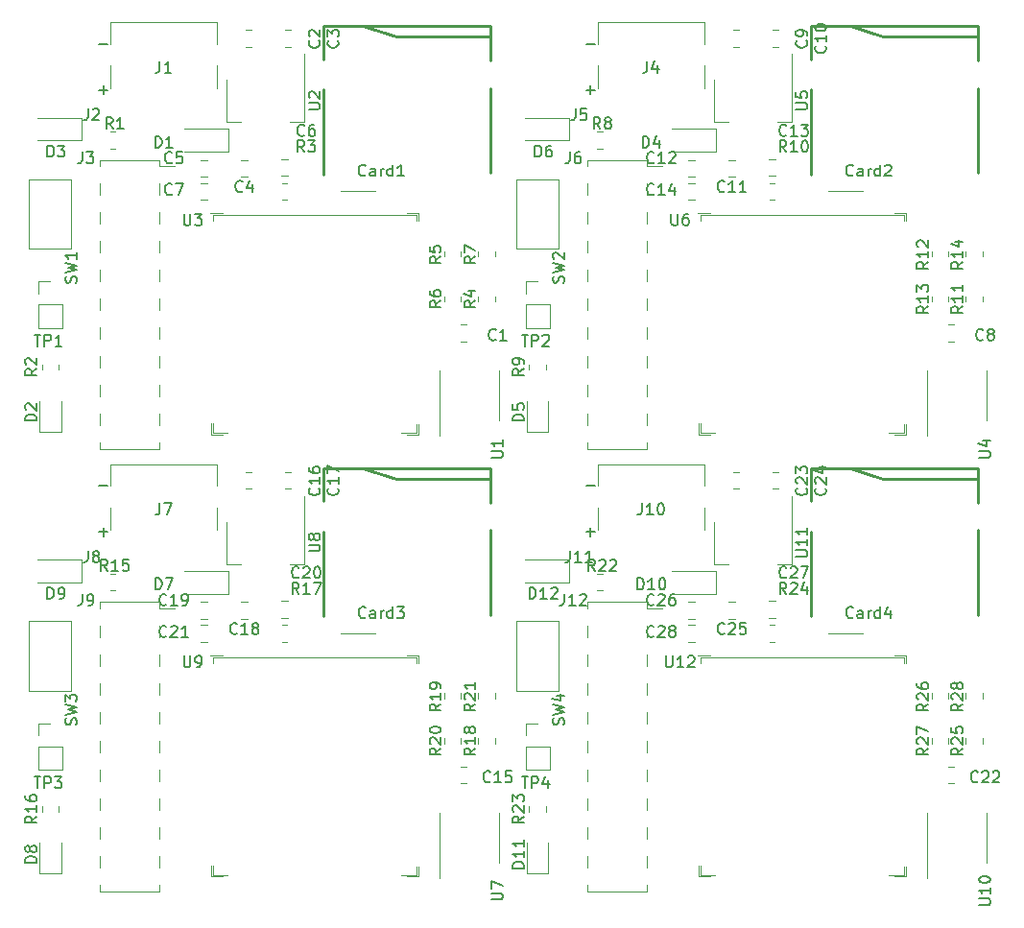
<source format=gbr>
%TF.GenerationSoftware,KiCad,Pcbnew,(6.0.7)*%
%TF.CreationDate,2023-02-26T08:18:57+08:00*%
%TF.ProjectId,Led_Control_Circuit_Panelization,4c65645f-436f-46e7-9472-6f6c5f436972,rev?*%
%TF.SameCoordinates,Original*%
%TF.FileFunction,Legend,Top*%
%TF.FilePolarity,Positive*%
%FSLAX46Y46*%
G04 Gerber Fmt 4.6, Leading zero omitted, Abs format (unit mm)*
G04 Created by KiCad (PCBNEW (6.0.7)) date 2023-02-26 08:18:57*
%MOMM*%
%LPD*%
G01*
G04 APERTURE LIST*
%ADD10C,0.150000*%
%ADD11C,0.254000*%
%ADD12C,0.102000*%
%ADD13C,0.120000*%
G04 APERTURE END LIST*
D10*
X165301047Y-97491428D02*
X166062952Y-97491428D01*
X165301047Y-101555428D02*
X166062952Y-101555428D01*
X165682000Y-101936380D02*
X165682000Y-101174476D01*
X122301047Y-97491428D02*
X123062952Y-97491428D01*
X122301047Y-101555428D02*
X123062952Y-101555428D01*
X122682000Y-101936380D02*
X122682000Y-101174476D01*
X165301047Y-58491428D02*
X166062952Y-58491428D01*
X165301047Y-62555428D02*
X166062952Y-62555428D01*
X165682000Y-62936380D02*
X165682000Y-62174476D01*
X122301047Y-62555428D02*
X123062952Y-62555428D01*
X122682000Y-62936380D02*
X122682000Y-62174476D01*
X122301047Y-58491428D02*
X123062952Y-58491428D01*
%TO.C,Card4*%
X188831071Y-109064142D02*
X188783452Y-109111761D01*
X188640595Y-109159380D01*
X188545357Y-109159380D01*
X188402500Y-109111761D01*
X188307261Y-109016523D01*
X188259642Y-108921285D01*
X188212023Y-108730809D01*
X188212023Y-108587952D01*
X188259642Y-108397476D01*
X188307261Y-108302238D01*
X188402500Y-108207000D01*
X188545357Y-108159380D01*
X188640595Y-108159380D01*
X188783452Y-108207000D01*
X188831071Y-108254619D01*
X189688214Y-109159380D02*
X189688214Y-108635571D01*
X189640595Y-108540333D01*
X189545357Y-108492714D01*
X189354880Y-108492714D01*
X189259642Y-108540333D01*
X189688214Y-109111761D02*
X189592976Y-109159380D01*
X189354880Y-109159380D01*
X189259642Y-109111761D01*
X189212023Y-109016523D01*
X189212023Y-108921285D01*
X189259642Y-108826047D01*
X189354880Y-108778428D01*
X189592976Y-108778428D01*
X189688214Y-108730809D01*
X190164404Y-109159380D02*
X190164404Y-108492714D01*
X190164404Y-108683190D02*
X190212023Y-108587952D01*
X190259642Y-108540333D01*
X190354880Y-108492714D01*
X190450119Y-108492714D01*
X191212023Y-109159380D02*
X191212023Y-108159380D01*
X191212023Y-109111761D02*
X191116785Y-109159380D01*
X190926309Y-109159380D01*
X190831071Y-109111761D01*
X190783452Y-109064142D01*
X190735833Y-108968904D01*
X190735833Y-108683190D01*
X190783452Y-108587952D01*
X190831071Y-108540333D01*
X190926309Y-108492714D01*
X191116785Y-108492714D01*
X191212023Y-108540333D01*
X192116785Y-108492714D02*
X192116785Y-109159380D01*
X191878690Y-108111761D02*
X191640595Y-108826047D01*
X192259642Y-108826047D01*
%TO.C,R26*%
X195471380Y-116731857D02*
X194995190Y-117065190D01*
X195471380Y-117303285D02*
X194471380Y-117303285D01*
X194471380Y-116922333D01*
X194519000Y-116827095D01*
X194566619Y-116779476D01*
X194661857Y-116731857D01*
X194804714Y-116731857D01*
X194899952Y-116779476D01*
X194947571Y-116827095D01*
X194995190Y-116922333D01*
X194995190Y-117303285D01*
X194566619Y-116350904D02*
X194519000Y-116303285D01*
X194471380Y-116208047D01*
X194471380Y-115969952D01*
X194519000Y-115874714D01*
X194566619Y-115827095D01*
X194661857Y-115779476D01*
X194757095Y-115779476D01*
X194899952Y-115827095D01*
X195471380Y-116398523D01*
X195471380Y-115779476D01*
X194471380Y-114922333D02*
X194471380Y-115112809D01*
X194519000Y-115208047D01*
X194566619Y-115255666D01*
X194709476Y-115350904D01*
X194899952Y-115398523D01*
X195280904Y-115398523D01*
X195376142Y-115350904D01*
X195423761Y-115303285D01*
X195471380Y-115208047D01*
X195471380Y-115017571D01*
X195423761Y-114922333D01*
X195376142Y-114874714D01*
X195280904Y-114827095D01*
X195042809Y-114827095D01*
X194947571Y-114874714D01*
X194899952Y-114922333D01*
X194852333Y-115017571D01*
X194852333Y-115208047D01*
X194899952Y-115303285D01*
X194947571Y-115350904D01*
X195042809Y-115398523D01*
%TO.C,C26*%
X171262142Y-107937142D02*
X171214523Y-107984761D01*
X171071666Y-108032380D01*
X170976428Y-108032380D01*
X170833571Y-107984761D01*
X170738333Y-107889523D01*
X170690714Y-107794285D01*
X170643095Y-107603809D01*
X170643095Y-107460952D01*
X170690714Y-107270476D01*
X170738333Y-107175238D01*
X170833571Y-107080000D01*
X170976428Y-107032380D01*
X171071666Y-107032380D01*
X171214523Y-107080000D01*
X171262142Y-107127619D01*
X171643095Y-107127619D02*
X171690714Y-107080000D01*
X171785952Y-107032380D01*
X172024047Y-107032380D01*
X172119285Y-107080000D01*
X172166904Y-107127619D01*
X172214523Y-107222857D01*
X172214523Y-107318095D01*
X172166904Y-107460952D01*
X171595476Y-108032380D01*
X172214523Y-108032380D01*
X173071666Y-107032380D02*
X172881190Y-107032380D01*
X172785952Y-107080000D01*
X172738333Y-107127619D01*
X172643095Y-107270476D01*
X172595476Y-107460952D01*
X172595476Y-107841904D01*
X172643095Y-107937142D01*
X172690714Y-107984761D01*
X172785952Y-108032380D01*
X172976428Y-108032380D01*
X173071666Y-107984761D01*
X173119285Y-107937142D01*
X173166904Y-107841904D01*
X173166904Y-107603809D01*
X173119285Y-107508571D01*
X173071666Y-107460952D01*
X172976428Y-107413333D01*
X172785952Y-107413333D01*
X172690714Y-107460952D01*
X172643095Y-107508571D01*
X172595476Y-107603809D01*
%TO.C,U10*%
X199932380Y-134472095D02*
X200741904Y-134472095D01*
X200837142Y-134424476D01*
X200884761Y-134376857D01*
X200932380Y-134281619D01*
X200932380Y-134091142D01*
X200884761Y-133995904D01*
X200837142Y-133948285D01*
X200741904Y-133900666D01*
X199932380Y-133900666D01*
X200932380Y-132900666D02*
X200932380Y-133472095D01*
X200932380Y-133186380D02*
X199932380Y-133186380D01*
X200075238Y-133281619D01*
X200170476Y-133376857D01*
X200218095Y-133472095D01*
X199932380Y-132281619D02*
X199932380Y-132186380D01*
X199980000Y-132091142D01*
X200027619Y-132043523D01*
X200122857Y-131995904D01*
X200313333Y-131948285D01*
X200551428Y-131948285D01*
X200741904Y-131995904D01*
X200837142Y-132043523D01*
X200884761Y-132091142D01*
X200932380Y-132186380D01*
X200932380Y-132281619D01*
X200884761Y-132376857D01*
X200837142Y-132424476D01*
X200741904Y-132472095D01*
X200551428Y-132519714D01*
X200313333Y-132519714D01*
X200122857Y-132472095D01*
X200027619Y-132424476D01*
X199980000Y-132376857D01*
X199932380Y-132281619D01*
%TO.C,R28*%
X198519380Y-116731857D02*
X198043190Y-117065190D01*
X198519380Y-117303285D02*
X197519380Y-117303285D01*
X197519380Y-116922333D01*
X197567000Y-116827095D01*
X197614619Y-116779476D01*
X197709857Y-116731857D01*
X197852714Y-116731857D01*
X197947952Y-116779476D01*
X197995571Y-116827095D01*
X198043190Y-116922333D01*
X198043190Y-117303285D01*
X197614619Y-116350904D02*
X197567000Y-116303285D01*
X197519380Y-116208047D01*
X197519380Y-115969952D01*
X197567000Y-115874714D01*
X197614619Y-115827095D01*
X197709857Y-115779476D01*
X197805095Y-115779476D01*
X197947952Y-115827095D01*
X198519380Y-116398523D01*
X198519380Y-115779476D01*
X197947952Y-115208047D02*
X197900333Y-115303285D01*
X197852714Y-115350904D01*
X197757476Y-115398523D01*
X197709857Y-115398523D01*
X197614619Y-115350904D01*
X197567000Y-115303285D01*
X197519380Y-115208047D01*
X197519380Y-115017571D01*
X197567000Y-114922333D01*
X197614619Y-114874714D01*
X197709857Y-114827095D01*
X197757476Y-114827095D01*
X197852714Y-114874714D01*
X197900333Y-114922333D01*
X197947952Y-115017571D01*
X197947952Y-115208047D01*
X197995571Y-115303285D01*
X198043190Y-115350904D01*
X198138428Y-115398523D01*
X198328904Y-115398523D01*
X198424142Y-115350904D01*
X198471761Y-115303285D01*
X198519380Y-115208047D01*
X198519380Y-115017571D01*
X198471761Y-114922333D01*
X198424142Y-114874714D01*
X198328904Y-114827095D01*
X198138428Y-114827095D01*
X198043190Y-114874714D01*
X197995571Y-114922333D01*
X197947952Y-115017571D01*
%TO.C,U11*%
X183803380Y-103738095D02*
X184612904Y-103738095D01*
X184708142Y-103690476D01*
X184755761Y-103642857D01*
X184803380Y-103547619D01*
X184803380Y-103357142D01*
X184755761Y-103261904D01*
X184708142Y-103214285D01*
X184612904Y-103166666D01*
X183803380Y-103166666D01*
X184803380Y-102166666D02*
X184803380Y-102738095D01*
X184803380Y-102452380D02*
X183803380Y-102452380D01*
X183946238Y-102547619D01*
X184041476Y-102642857D01*
X184089095Y-102738095D01*
X184803380Y-101214285D02*
X184803380Y-101785714D01*
X184803380Y-101500000D02*
X183803380Y-101500000D01*
X183946238Y-101595238D01*
X184041476Y-101690476D01*
X184089095Y-101785714D01*
%TO.C,U12*%
X172317904Y-112493380D02*
X172317904Y-113302904D01*
X172365523Y-113398142D01*
X172413142Y-113445761D01*
X172508380Y-113493380D01*
X172698857Y-113493380D01*
X172794095Y-113445761D01*
X172841714Y-113398142D01*
X172889333Y-113302904D01*
X172889333Y-112493380D01*
X173889333Y-113493380D02*
X173317904Y-113493380D01*
X173603619Y-113493380D02*
X173603619Y-112493380D01*
X173508380Y-112636238D01*
X173413142Y-112731476D01*
X173317904Y-112779095D01*
X174270285Y-112588619D02*
X174317904Y-112541000D01*
X174413142Y-112493380D01*
X174651238Y-112493380D01*
X174746476Y-112541000D01*
X174794095Y-112588619D01*
X174841714Y-112683857D01*
X174841714Y-112779095D01*
X174794095Y-112921952D01*
X174222666Y-113493380D01*
X174841714Y-113493380D01*
%TO.C,C24*%
X186359142Y-97681857D02*
X186406761Y-97729476D01*
X186454380Y-97872333D01*
X186454380Y-97967571D01*
X186406761Y-98110428D01*
X186311523Y-98205666D01*
X186216285Y-98253285D01*
X186025809Y-98300904D01*
X185882952Y-98300904D01*
X185692476Y-98253285D01*
X185597238Y-98205666D01*
X185502000Y-98110428D01*
X185454380Y-97967571D01*
X185454380Y-97872333D01*
X185502000Y-97729476D01*
X185549619Y-97681857D01*
X185549619Y-97300904D02*
X185502000Y-97253285D01*
X185454380Y-97158047D01*
X185454380Y-96919952D01*
X185502000Y-96824714D01*
X185549619Y-96777095D01*
X185644857Y-96729476D01*
X185740095Y-96729476D01*
X185882952Y-96777095D01*
X186454380Y-97348523D01*
X186454380Y-96729476D01*
X185787714Y-95872333D02*
X186454380Y-95872333D01*
X185406761Y-96110428D02*
X186121047Y-96348523D01*
X186121047Y-95729476D01*
%TO.C,TP4*%
X159594095Y-123161380D02*
X160165523Y-123161380D01*
X159879809Y-124161380D02*
X159879809Y-123161380D01*
X160498857Y-124161380D02*
X160498857Y-123161380D01*
X160879809Y-123161380D01*
X160975047Y-123209000D01*
X161022666Y-123256619D01*
X161070285Y-123351857D01*
X161070285Y-123494714D01*
X161022666Y-123589952D01*
X160975047Y-123637571D01*
X160879809Y-123685190D01*
X160498857Y-123685190D01*
X161927428Y-123494714D02*
X161927428Y-124161380D01*
X161689333Y-123113761D02*
X161451238Y-123828047D01*
X162070285Y-123828047D01*
%TO.C,R22*%
X166055142Y-104984380D02*
X165721809Y-104508190D01*
X165483714Y-104984380D02*
X165483714Y-103984380D01*
X165864666Y-103984380D01*
X165959904Y-104032000D01*
X166007523Y-104079619D01*
X166055142Y-104174857D01*
X166055142Y-104317714D01*
X166007523Y-104412952D01*
X165959904Y-104460571D01*
X165864666Y-104508190D01*
X165483714Y-104508190D01*
X166436095Y-104079619D02*
X166483714Y-104032000D01*
X166578952Y-103984380D01*
X166817047Y-103984380D01*
X166912285Y-104032000D01*
X166959904Y-104079619D01*
X167007523Y-104174857D01*
X167007523Y-104270095D01*
X166959904Y-104412952D01*
X166388476Y-104984380D01*
X167007523Y-104984380D01*
X167388476Y-104079619D02*
X167436095Y-104032000D01*
X167531333Y-103984380D01*
X167769428Y-103984380D01*
X167864666Y-104032000D01*
X167912285Y-104079619D01*
X167959904Y-104174857D01*
X167959904Y-104270095D01*
X167912285Y-104412952D01*
X167340857Y-104984380D01*
X167959904Y-104984380D01*
%TO.C,SW4*%
X163292761Y-118565333D02*
X163340380Y-118422476D01*
X163340380Y-118184380D01*
X163292761Y-118089142D01*
X163245142Y-118041523D01*
X163149904Y-117993904D01*
X163054666Y-117993904D01*
X162959428Y-118041523D01*
X162911809Y-118089142D01*
X162864190Y-118184380D01*
X162816571Y-118374857D01*
X162768952Y-118470095D01*
X162721333Y-118517714D01*
X162626095Y-118565333D01*
X162530857Y-118565333D01*
X162435619Y-118517714D01*
X162388000Y-118470095D01*
X162340380Y-118374857D01*
X162340380Y-118136761D01*
X162388000Y-117993904D01*
X162340380Y-117660571D02*
X163340380Y-117422476D01*
X162626095Y-117232000D01*
X163340380Y-117041523D01*
X162340380Y-116803428D01*
X162673714Y-115993904D02*
X163340380Y-115993904D01*
X162292761Y-116232000D02*
X163007047Y-116470095D01*
X163007047Y-115851047D01*
%TO.C,C25*%
X177485142Y-110477142D02*
X177437523Y-110524761D01*
X177294666Y-110572380D01*
X177199428Y-110572380D01*
X177056571Y-110524761D01*
X176961333Y-110429523D01*
X176913714Y-110334285D01*
X176866095Y-110143809D01*
X176866095Y-110000952D01*
X176913714Y-109810476D01*
X176961333Y-109715238D01*
X177056571Y-109620000D01*
X177199428Y-109572380D01*
X177294666Y-109572380D01*
X177437523Y-109620000D01*
X177485142Y-109667619D01*
X177866095Y-109667619D02*
X177913714Y-109620000D01*
X178008952Y-109572380D01*
X178247047Y-109572380D01*
X178342285Y-109620000D01*
X178389904Y-109667619D01*
X178437523Y-109762857D01*
X178437523Y-109858095D01*
X178389904Y-110000952D01*
X177818476Y-110572380D01*
X178437523Y-110572380D01*
X179342285Y-109572380D02*
X178866095Y-109572380D01*
X178818476Y-110048571D01*
X178866095Y-110000952D01*
X178961333Y-109953333D01*
X179199428Y-109953333D01*
X179294666Y-110000952D01*
X179342285Y-110048571D01*
X179389904Y-110143809D01*
X179389904Y-110381904D01*
X179342285Y-110477142D01*
X179294666Y-110524761D01*
X179199428Y-110572380D01*
X178961333Y-110572380D01*
X178866095Y-110524761D01*
X178818476Y-110477142D01*
%TO.C,C22*%
X199837142Y-123558142D02*
X199789523Y-123605761D01*
X199646666Y-123653380D01*
X199551428Y-123653380D01*
X199408571Y-123605761D01*
X199313333Y-123510523D01*
X199265714Y-123415285D01*
X199218095Y-123224809D01*
X199218095Y-123081952D01*
X199265714Y-122891476D01*
X199313333Y-122796238D01*
X199408571Y-122701000D01*
X199551428Y-122653380D01*
X199646666Y-122653380D01*
X199789523Y-122701000D01*
X199837142Y-122748619D01*
X200218095Y-122748619D02*
X200265714Y-122701000D01*
X200360952Y-122653380D01*
X200599047Y-122653380D01*
X200694285Y-122701000D01*
X200741904Y-122748619D01*
X200789523Y-122843857D01*
X200789523Y-122939095D01*
X200741904Y-123081952D01*
X200170476Y-123653380D01*
X200789523Y-123653380D01*
X201170476Y-122748619D02*
X201218095Y-122701000D01*
X201313333Y-122653380D01*
X201551428Y-122653380D01*
X201646666Y-122701000D01*
X201694285Y-122748619D01*
X201741904Y-122843857D01*
X201741904Y-122939095D01*
X201694285Y-123081952D01*
X201122857Y-123653380D01*
X201741904Y-123653380D01*
%TO.C,D12*%
X160285714Y-107452380D02*
X160285714Y-106452380D01*
X160523809Y-106452380D01*
X160666666Y-106500000D01*
X160761904Y-106595238D01*
X160809523Y-106690476D01*
X160857142Y-106880952D01*
X160857142Y-107023809D01*
X160809523Y-107214285D01*
X160761904Y-107309523D01*
X160666666Y-107404761D01*
X160523809Y-107452380D01*
X160285714Y-107452380D01*
X161809523Y-107452380D02*
X161238095Y-107452380D01*
X161523809Y-107452380D02*
X161523809Y-106452380D01*
X161428571Y-106595238D01*
X161333333Y-106690476D01*
X161238095Y-106738095D01*
X162190476Y-106547619D02*
X162238095Y-106500000D01*
X162333333Y-106452380D01*
X162571428Y-106452380D01*
X162666666Y-106500000D01*
X162714285Y-106547619D01*
X162761904Y-106642857D01*
X162761904Y-106738095D01*
X162714285Y-106880952D01*
X162142857Y-107452380D01*
X162761904Y-107452380D01*
%TO.C,D11*%
X159802380Y-131214285D02*
X158802380Y-131214285D01*
X158802380Y-130976190D01*
X158850000Y-130833333D01*
X158945238Y-130738095D01*
X159040476Y-130690476D01*
X159230952Y-130642857D01*
X159373809Y-130642857D01*
X159564285Y-130690476D01*
X159659523Y-130738095D01*
X159754761Y-130833333D01*
X159802380Y-130976190D01*
X159802380Y-131214285D01*
X159802380Y-129690476D02*
X159802380Y-130261904D01*
X159802380Y-129976190D02*
X158802380Y-129976190D01*
X158945238Y-130071428D01*
X159040476Y-130166666D01*
X159088095Y-130261904D01*
X159802380Y-128738095D02*
X159802380Y-129309523D01*
X159802380Y-129023809D02*
X158802380Y-129023809D01*
X158945238Y-129119047D01*
X159040476Y-129214285D01*
X159088095Y-129309523D01*
%TO.C,R25*%
X198519380Y-120642857D02*
X198043190Y-120976190D01*
X198519380Y-121214285D02*
X197519380Y-121214285D01*
X197519380Y-120833333D01*
X197567000Y-120738095D01*
X197614619Y-120690476D01*
X197709857Y-120642857D01*
X197852714Y-120642857D01*
X197947952Y-120690476D01*
X197995571Y-120738095D01*
X198043190Y-120833333D01*
X198043190Y-121214285D01*
X197614619Y-120261904D02*
X197567000Y-120214285D01*
X197519380Y-120119047D01*
X197519380Y-119880952D01*
X197567000Y-119785714D01*
X197614619Y-119738095D01*
X197709857Y-119690476D01*
X197805095Y-119690476D01*
X197947952Y-119738095D01*
X198519380Y-120309523D01*
X198519380Y-119690476D01*
X197519380Y-118785714D02*
X197519380Y-119261904D01*
X197995571Y-119309523D01*
X197947952Y-119261904D01*
X197900333Y-119166666D01*
X197900333Y-118928571D01*
X197947952Y-118833333D01*
X197995571Y-118785714D01*
X198090809Y-118738095D01*
X198328904Y-118738095D01*
X198424142Y-118785714D01*
X198471761Y-118833333D01*
X198519380Y-118928571D01*
X198519380Y-119166666D01*
X198471761Y-119261904D01*
X198424142Y-119309523D01*
%TO.C,R24*%
X182946142Y-107016380D02*
X182612809Y-106540190D01*
X182374714Y-107016380D02*
X182374714Y-106016380D01*
X182755666Y-106016380D01*
X182850904Y-106064000D01*
X182898523Y-106111619D01*
X182946142Y-106206857D01*
X182946142Y-106349714D01*
X182898523Y-106444952D01*
X182850904Y-106492571D01*
X182755666Y-106540190D01*
X182374714Y-106540190D01*
X183327095Y-106111619D02*
X183374714Y-106064000D01*
X183469952Y-106016380D01*
X183708047Y-106016380D01*
X183803285Y-106064000D01*
X183850904Y-106111619D01*
X183898523Y-106206857D01*
X183898523Y-106302095D01*
X183850904Y-106444952D01*
X183279476Y-107016380D01*
X183898523Y-107016380D01*
X184755666Y-106349714D02*
X184755666Y-107016380D01*
X184517571Y-105968761D02*
X184279476Y-106683047D01*
X184898523Y-106683047D01*
%TO.C,J10*%
X170190476Y-99031380D02*
X170190476Y-99745666D01*
X170142857Y-99888523D01*
X170047619Y-99983761D01*
X169904761Y-100031380D01*
X169809523Y-100031380D01*
X171190476Y-100031380D02*
X170619047Y-100031380D01*
X170904761Y-100031380D02*
X170904761Y-99031380D01*
X170809523Y-99174238D01*
X170714285Y-99269476D01*
X170619047Y-99317095D01*
X171809523Y-99031380D02*
X171904761Y-99031380D01*
X172000000Y-99079000D01*
X172047619Y-99126619D01*
X172095238Y-99221857D01*
X172142857Y-99412333D01*
X172142857Y-99650428D01*
X172095238Y-99840904D01*
X172047619Y-99936142D01*
X172000000Y-99983761D01*
X171904761Y-100031380D01*
X171809523Y-100031380D01*
X171714285Y-99983761D01*
X171666666Y-99936142D01*
X171619047Y-99840904D01*
X171571428Y-99650428D01*
X171571428Y-99412333D01*
X171619047Y-99221857D01*
X171666666Y-99126619D01*
X171714285Y-99079000D01*
X171809523Y-99031380D01*
%TO.C,C28*%
X171262142Y-110731142D02*
X171214523Y-110778761D01*
X171071666Y-110826380D01*
X170976428Y-110826380D01*
X170833571Y-110778761D01*
X170738333Y-110683523D01*
X170690714Y-110588285D01*
X170643095Y-110397809D01*
X170643095Y-110254952D01*
X170690714Y-110064476D01*
X170738333Y-109969238D01*
X170833571Y-109874000D01*
X170976428Y-109826380D01*
X171071666Y-109826380D01*
X171214523Y-109874000D01*
X171262142Y-109921619D01*
X171643095Y-109921619D02*
X171690714Y-109874000D01*
X171785952Y-109826380D01*
X172024047Y-109826380D01*
X172119285Y-109874000D01*
X172166904Y-109921619D01*
X172214523Y-110016857D01*
X172214523Y-110112095D01*
X172166904Y-110254952D01*
X171595476Y-110826380D01*
X172214523Y-110826380D01*
X172785952Y-110254952D02*
X172690714Y-110207333D01*
X172643095Y-110159714D01*
X172595476Y-110064476D01*
X172595476Y-110016857D01*
X172643095Y-109921619D01*
X172690714Y-109874000D01*
X172785952Y-109826380D01*
X172976428Y-109826380D01*
X173071666Y-109874000D01*
X173119285Y-109921619D01*
X173166904Y-110016857D01*
X173166904Y-110064476D01*
X173119285Y-110159714D01*
X173071666Y-110207333D01*
X172976428Y-110254952D01*
X172785952Y-110254952D01*
X172690714Y-110302571D01*
X172643095Y-110350190D01*
X172595476Y-110445428D01*
X172595476Y-110635904D01*
X172643095Y-110731142D01*
X172690714Y-110778761D01*
X172785952Y-110826380D01*
X172976428Y-110826380D01*
X173071666Y-110778761D01*
X173119285Y-110731142D01*
X173166904Y-110635904D01*
X173166904Y-110445428D01*
X173119285Y-110350190D01*
X173071666Y-110302571D01*
X172976428Y-110254952D01*
%TO.C,D10*%
X169801714Y-106635380D02*
X169801714Y-105635380D01*
X170039809Y-105635380D01*
X170182666Y-105683000D01*
X170277904Y-105778238D01*
X170325523Y-105873476D01*
X170373142Y-106063952D01*
X170373142Y-106206809D01*
X170325523Y-106397285D01*
X170277904Y-106492523D01*
X170182666Y-106587761D01*
X170039809Y-106635380D01*
X169801714Y-106635380D01*
X171325523Y-106635380D02*
X170754095Y-106635380D01*
X171039809Y-106635380D02*
X171039809Y-105635380D01*
X170944571Y-105778238D01*
X170849333Y-105873476D01*
X170754095Y-105921095D01*
X171944571Y-105635380D02*
X172039809Y-105635380D01*
X172135047Y-105683000D01*
X172182666Y-105730619D01*
X172230285Y-105825857D01*
X172277904Y-106016333D01*
X172277904Y-106254428D01*
X172230285Y-106444904D01*
X172182666Y-106540142D01*
X172135047Y-106587761D01*
X172039809Y-106635380D01*
X171944571Y-106635380D01*
X171849333Y-106587761D01*
X171801714Y-106540142D01*
X171754095Y-106444904D01*
X171706476Y-106254428D01*
X171706476Y-106016333D01*
X171754095Y-105825857D01*
X171801714Y-105730619D01*
X171849333Y-105683000D01*
X171944571Y-105635380D01*
%TO.C,J11*%
X163856476Y-103222380D02*
X163856476Y-103936666D01*
X163808857Y-104079523D01*
X163713619Y-104174761D01*
X163570761Y-104222380D01*
X163475523Y-104222380D01*
X164856476Y-104222380D02*
X164285047Y-104222380D01*
X164570761Y-104222380D02*
X164570761Y-103222380D01*
X164475523Y-103365238D01*
X164380285Y-103460476D01*
X164285047Y-103508095D01*
X165808857Y-104222380D02*
X165237428Y-104222380D01*
X165523142Y-104222380D02*
X165523142Y-103222380D01*
X165427904Y-103365238D01*
X165332666Y-103460476D01*
X165237428Y-103508095D01*
%TO.C,C27*%
X182946142Y-105524142D02*
X182898523Y-105571761D01*
X182755666Y-105619380D01*
X182660428Y-105619380D01*
X182517571Y-105571761D01*
X182422333Y-105476523D01*
X182374714Y-105381285D01*
X182327095Y-105190809D01*
X182327095Y-105047952D01*
X182374714Y-104857476D01*
X182422333Y-104762238D01*
X182517571Y-104667000D01*
X182660428Y-104619380D01*
X182755666Y-104619380D01*
X182898523Y-104667000D01*
X182946142Y-104714619D01*
X183327095Y-104714619D02*
X183374714Y-104667000D01*
X183469952Y-104619380D01*
X183708047Y-104619380D01*
X183803285Y-104667000D01*
X183850904Y-104714619D01*
X183898523Y-104809857D01*
X183898523Y-104905095D01*
X183850904Y-105047952D01*
X183279476Y-105619380D01*
X183898523Y-105619380D01*
X184231857Y-104619380D02*
X184898523Y-104619380D01*
X184469952Y-105619380D01*
%TO.C,R23*%
X159802380Y-126642857D02*
X159326190Y-126976190D01*
X159802380Y-127214285D02*
X158802380Y-127214285D01*
X158802380Y-126833333D01*
X158850000Y-126738095D01*
X158897619Y-126690476D01*
X158992857Y-126642857D01*
X159135714Y-126642857D01*
X159230952Y-126690476D01*
X159278571Y-126738095D01*
X159326190Y-126833333D01*
X159326190Y-127214285D01*
X158897619Y-126261904D02*
X158850000Y-126214285D01*
X158802380Y-126119047D01*
X158802380Y-125880952D01*
X158850000Y-125785714D01*
X158897619Y-125738095D01*
X158992857Y-125690476D01*
X159088095Y-125690476D01*
X159230952Y-125738095D01*
X159802380Y-126309523D01*
X159802380Y-125690476D01*
X158802380Y-125357142D02*
X158802380Y-124738095D01*
X159183333Y-125071428D01*
X159183333Y-124928571D01*
X159230952Y-124833333D01*
X159278571Y-124785714D01*
X159373809Y-124738095D01*
X159611904Y-124738095D01*
X159707142Y-124785714D01*
X159754761Y-124833333D01*
X159802380Y-124928571D01*
X159802380Y-125214285D01*
X159754761Y-125309523D01*
X159707142Y-125357142D01*
%TO.C,C23*%
X184708142Y-97681857D02*
X184755761Y-97729476D01*
X184803380Y-97872333D01*
X184803380Y-97967571D01*
X184755761Y-98110428D01*
X184660523Y-98205666D01*
X184565285Y-98253285D01*
X184374809Y-98300904D01*
X184231952Y-98300904D01*
X184041476Y-98253285D01*
X183946238Y-98205666D01*
X183851000Y-98110428D01*
X183803380Y-97967571D01*
X183803380Y-97872333D01*
X183851000Y-97729476D01*
X183898619Y-97681857D01*
X183898619Y-97300904D02*
X183851000Y-97253285D01*
X183803380Y-97158047D01*
X183803380Y-96919952D01*
X183851000Y-96824714D01*
X183898619Y-96777095D01*
X183993857Y-96729476D01*
X184089095Y-96729476D01*
X184231952Y-96777095D01*
X184803380Y-97348523D01*
X184803380Y-96729476D01*
X183803380Y-96396142D02*
X183803380Y-95777095D01*
X184184333Y-96110428D01*
X184184333Y-95967571D01*
X184231952Y-95872333D01*
X184279571Y-95824714D01*
X184374809Y-95777095D01*
X184612904Y-95777095D01*
X184708142Y-95824714D01*
X184755761Y-95872333D01*
X184803380Y-95967571D01*
X184803380Y-96253285D01*
X184755761Y-96348523D01*
X184708142Y-96396142D01*
%TO.C,R27*%
X195471380Y-120642857D02*
X194995190Y-120976190D01*
X195471380Y-121214285D02*
X194471380Y-121214285D01*
X194471380Y-120833333D01*
X194519000Y-120738095D01*
X194566619Y-120690476D01*
X194661857Y-120642857D01*
X194804714Y-120642857D01*
X194899952Y-120690476D01*
X194947571Y-120738095D01*
X194995190Y-120833333D01*
X194995190Y-121214285D01*
X194566619Y-120261904D02*
X194519000Y-120214285D01*
X194471380Y-120119047D01*
X194471380Y-119880952D01*
X194519000Y-119785714D01*
X194566619Y-119738095D01*
X194661857Y-119690476D01*
X194757095Y-119690476D01*
X194899952Y-119738095D01*
X195471380Y-120309523D01*
X195471380Y-119690476D01*
X194471380Y-119357142D02*
X194471380Y-118690476D01*
X195471380Y-119119047D01*
%TO.C,J12*%
X163348476Y-107032380D02*
X163348476Y-107746666D01*
X163300857Y-107889523D01*
X163205619Y-107984761D01*
X163062761Y-108032380D01*
X162967523Y-108032380D01*
X164348476Y-108032380D02*
X163777047Y-108032380D01*
X164062761Y-108032380D02*
X164062761Y-107032380D01*
X163967523Y-107175238D01*
X163872285Y-107270476D01*
X163777047Y-107318095D01*
X164729428Y-107127619D02*
X164777047Y-107080000D01*
X164872285Y-107032380D01*
X165110380Y-107032380D01*
X165205619Y-107080000D01*
X165253238Y-107127619D01*
X165300857Y-107222857D01*
X165300857Y-107318095D01*
X165253238Y-107460952D01*
X164681809Y-108032380D01*
X165300857Y-108032380D01*
%TO.C,Card3*%
X145831071Y-109064142D02*
X145783452Y-109111761D01*
X145640595Y-109159380D01*
X145545357Y-109159380D01*
X145402500Y-109111761D01*
X145307261Y-109016523D01*
X145259642Y-108921285D01*
X145212023Y-108730809D01*
X145212023Y-108587952D01*
X145259642Y-108397476D01*
X145307261Y-108302238D01*
X145402500Y-108207000D01*
X145545357Y-108159380D01*
X145640595Y-108159380D01*
X145783452Y-108207000D01*
X145831071Y-108254619D01*
X146688214Y-109159380D02*
X146688214Y-108635571D01*
X146640595Y-108540333D01*
X146545357Y-108492714D01*
X146354880Y-108492714D01*
X146259642Y-108540333D01*
X146688214Y-109111761D02*
X146592976Y-109159380D01*
X146354880Y-109159380D01*
X146259642Y-109111761D01*
X146212023Y-109016523D01*
X146212023Y-108921285D01*
X146259642Y-108826047D01*
X146354880Y-108778428D01*
X146592976Y-108778428D01*
X146688214Y-108730809D01*
X147164404Y-109159380D02*
X147164404Y-108492714D01*
X147164404Y-108683190D02*
X147212023Y-108587952D01*
X147259642Y-108540333D01*
X147354880Y-108492714D01*
X147450119Y-108492714D01*
X148212023Y-109159380D02*
X148212023Y-108159380D01*
X148212023Y-109111761D02*
X148116785Y-109159380D01*
X147926309Y-109159380D01*
X147831071Y-109111761D01*
X147783452Y-109064142D01*
X147735833Y-108968904D01*
X147735833Y-108683190D01*
X147783452Y-108587952D01*
X147831071Y-108540333D01*
X147926309Y-108492714D01*
X148116785Y-108492714D01*
X148212023Y-108540333D01*
X148592976Y-108159380D02*
X149212023Y-108159380D01*
X148878690Y-108540333D01*
X149021547Y-108540333D01*
X149116785Y-108587952D01*
X149164404Y-108635571D01*
X149212023Y-108730809D01*
X149212023Y-108968904D01*
X149164404Y-109064142D01*
X149116785Y-109111761D01*
X149021547Y-109159380D01*
X148735833Y-109159380D01*
X148640595Y-109111761D01*
X148592976Y-109064142D01*
%TO.C,R19*%
X152471380Y-116731857D02*
X151995190Y-117065190D01*
X152471380Y-117303285D02*
X151471380Y-117303285D01*
X151471380Y-116922333D01*
X151519000Y-116827095D01*
X151566619Y-116779476D01*
X151661857Y-116731857D01*
X151804714Y-116731857D01*
X151899952Y-116779476D01*
X151947571Y-116827095D01*
X151995190Y-116922333D01*
X151995190Y-117303285D01*
X152471380Y-115779476D02*
X152471380Y-116350904D01*
X152471380Y-116065190D02*
X151471380Y-116065190D01*
X151614238Y-116160428D01*
X151709476Y-116255666D01*
X151757095Y-116350904D01*
X152471380Y-115303285D02*
X152471380Y-115112809D01*
X152423761Y-115017571D01*
X152376142Y-114969952D01*
X152233285Y-114874714D01*
X152042809Y-114827095D01*
X151661857Y-114827095D01*
X151566619Y-114874714D01*
X151519000Y-114922333D01*
X151471380Y-115017571D01*
X151471380Y-115208047D01*
X151519000Y-115303285D01*
X151566619Y-115350904D01*
X151661857Y-115398523D01*
X151899952Y-115398523D01*
X151995190Y-115350904D01*
X152042809Y-115303285D01*
X152090428Y-115208047D01*
X152090428Y-115017571D01*
X152042809Y-114922333D01*
X151995190Y-114874714D01*
X151899952Y-114827095D01*
%TO.C,C19*%
X128262142Y-107937142D02*
X128214523Y-107984761D01*
X128071666Y-108032380D01*
X127976428Y-108032380D01*
X127833571Y-107984761D01*
X127738333Y-107889523D01*
X127690714Y-107794285D01*
X127643095Y-107603809D01*
X127643095Y-107460952D01*
X127690714Y-107270476D01*
X127738333Y-107175238D01*
X127833571Y-107080000D01*
X127976428Y-107032380D01*
X128071666Y-107032380D01*
X128214523Y-107080000D01*
X128262142Y-107127619D01*
X129214523Y-108032380D02*
X128643095Y-108032380D01*
X128928809Y-108032380D02*
X128928809Y-107032380D01*
X128833571Y-107175238D01*
X128738333Y-107270476D01*
X128643095Y-107318095D01*
X129690714Y-108032380D02*
X129881190Y-108032380D01*
X129976428Y-107984761D01*
X130024047Y-107937142D01*
X130119285Y-107794285D01*
X130166904Y-107603809D01*
X130166904Y-107222857D01*
X130119285Y-107127619D01*
X130071666Y-107080000D01*
X129976428Y-107032380D01*
X129785952Y-107032380D01*
X129690714Y-107080000D01*
X129643095Y-107127619D01*
X129595476Y-107222857D01*
X129595476Y-107460952D01*
X129643095Y-107556190D01*
X129690714Y-107603809D01*
X129785952Y-107651428D01*
X129976428Y-107651428D01*
X130071666Y-107603809D01*
X130119285Y-107556190D01*
X130166904Y-107460952D01*
%TO.C,U7*%
X156932380Y-133995904D02*
X157741904Y-133995904D01*
X157837142Y-133948285D01*
X157884761Y-133900666D01*
X157932380Y-133805428D01*
X157932380Y-133614952D01*
X157884761Y-133519714D01*
X157837142Y-133472095D01*
X157741904Y-133424476D01*
X156932380Y-133424476D01*
X156932380Y-133043523D02*
X156932380Y-132376857D01*
X157932380Y-132805428D01*
%TO.C,R21*%
X155519380Y-116731857D02*
X155043190Y-117065190D01*
X155519380Y-117303285D02*
X154519380Y-117303285D01*
X154519380Y-116922333D01*
X154567000Y-116827095D01*
X154614619Y-116779476D01*
X154709857Y-116731857D01*
X154852714Y-116731857D01*
X154947952Y-116779476D01*
X154995571Y-116827095D01*
X155043190Y-116922333D01*
X155043190Y-117303285D01*
X154614619Y-116350904D02*
X154567000Y-116303285D01*
X154519380Y-116208047D01*
X154519380Y-115969952D01*
X154567000Y-115874714D01*
X154614619Y-115827095D01*
X154709857Y-115779476D01*
X154805095Y-115779476D01*
X154947952Y-115827095D01*
X155519380Y-116398523D01*
X155519380Y-115779476D01*
X155519380Y-114827095D02*
X155519380Y-115398523D01*
X155519380Y-115112809D02*
X154519380Y-115112809D01*
X154662238Y-115208047D01*
X154757476Y-115303285D01*
X154805095Y-115398523D01*
%TO.C,U8*%
X140803380Y-103261904D02*
X141612904Y-103261904D01*
X141708142Y-103214285D01*
X141755761Y-103166666D01*
X141803380Y-103071428D01*
X141803380Y-102880952D01*
X141755761Y-102785714D01*
X141708142Y-102738095D01*
X141612904Y-102690476D01*
X140803380Y-102690476D01*
X141231952Y-102071428D02*
X141184333Y-102166666D01*
X141136714Y-102214285D01*
X141041476Y-102261904D01*
X140993857Y-102261904D01*
X140898619Y-102214285D01*
X140851000Y-102166666D01*
X140803380Y-102071428D01*
X140803380Y-101880952D01*
X140851000Y-101785714D01*
X140898619Y-101738095D01*
X140993857Y-101690476D01*
X141041476Y-101690476D01*
X141136714Y-101738095D01*
X141184333Y-101785714D01*
X141231952Y-101880952D01*
X141231952Y-102071428D01*
X141279571Y-102166666D01*
X141327190Y-102214285D01*
X141422428Y-102261904D01*
X141612904Y-102261904D01*
X141708142Y-102214285D01*
X141755761Y-102166666D01*
X141803380Y-102071428D01*
X141803380Y-101880952D01*
X141755761Y-101785714D01*
X141708142Y-101738095D01*
X141612904Y-101690476D01*
X141422428Y-101690476D01*
X141327190Y-101738095D01*
X141279571Y-101785714D01*
X141231952Y-101880952D01*
%TO.C,U9*%
X129794095Y-112493380D02*
X129794095Y-113302904D01*
X129841714Y-113398142D01*
X129889333Y-113445761D01*
X129984571Y-113493380D01*
X130175047Y-113493380D01*
X130270285Y-113445761D01*
X130317904Y-113398142D01*
X130365523Y-113302904D01*
X130365523Y-112493380D01*
X130889333Y-113493380D02*
X131079809Y-113493380D01*
X131175047Y-113445761D01*
X131222666Y-113398142D01*
X131317904Y-113255285D01*
X131365523Y-113064809D01*
X131365523Y-112683857D01*
X131317904Y-112588619D01*
X131270285Y-112541000D01*
X131175047Y-112493380D01*
X130984571Y-112493380D01*
X130889333Y-112541000D01*
X130841714Y-112588619D01*
X130794095Y-112683857D01*
X130794095Y-112921952D01*
X130841714Y-113017190D01*
X130889333Y-113064809D01*
X130984571Y-113112428D01*
X131175047Y-113112428D01*
X131270285Y-113064809D01*
X131317904Y-113017190D01*
X131365523Y-112921952D01*
%TO.C,C17*%
X143359142Y-97681857D02*
X143406761Y-97729476D01*
X143454380Y-97872333D01*
X143454380Y-97967571D01*
X143406761Y-98110428D01*
X143311523Y-98205666D01*
X143216285Y-98253285D01*
X143025809Y-98300904D01*
X142882952Y-98300904D01*
X142692476Y-98253285D01*
X142597238Y-98205666D01*
X142502000Y-98110428D01*
X142454380Y-97967571D01*
X142454380Y-97872333D01*
X142502000Y-97729476D01*
X142549619Y-97681857D01*
X143454380Y-96729476D02*
X143454380Y-97300904D01*
X143454380Y-97015190D02*
X142454380Y-97015190D01*
X142597238Y-97110428D01*
X142692476Y-97205666D01*
X142740095Y-97300904D01*
X142454380Y-96396142D02*
X142454380Y-95729476D01*
X143454380Y-96158047D01*
%TO.C,TP3*%
X116594095Y-123161380D02*
X117165523Y-123161380D01*
X116879809Y-124161380D02*
X116879809Y-123161380D01*
X117498857Y-124161380D02*
X117498857Y-123161380D01*
X117879809Y-123161380D01*
X117975047Y-123209000D01*
X118022666Y-123256619D01*
X118070285Y-123351857D01*
X118070285Y-123494714D01*
X118022666Y-123589952D01*
X117975047Y-123637571D01*
X117879809Y-123685190D01*
X117498857Y-123685190D01*
X118403619Y-123161380D02*
X119022666Y-123161380D01*
X118689333Y-123542333D01*
X118832190Y-123542333D01*
X118927428Y-123589952D01*
X118975047Y-123637571D01*
X119022666Y-123732809D01*
X119022666Y-123970904D01*
X118975047Y-124066142D01*
X118927428Y-124113761D01*
X118832190Y-124161380D01*
X118546476Y-124161380D01*
X118451238Y-124113761D01*
X118403619Y-124066142D01*
%TO.C,R15*%
X123055142Y-104984380D02*
X122721809Y-104508190D01*
X122483714Y-104984380D02*
X122483714Y-103984380D01*
X122864666Y-103984380D01*
X122959904Y-104032000D01*
X123007523Y-104079619D01*
X123055142Y-104174857D01*
X123055142Y-104317714D01*
X123007523Y-104412952D01*
X122959904Y-104460571D01*
X122864666Y-104508190D01*
X122483714Y-104508190D01*
X124007523Y-104984380D02*
X123436095Y-104984380D01*
X123721809Y-104984380D02*
X123721809Y-103984380D01*
X123626571Y-104127238D01*
X123531333Y-104222476D01*
X123436095Y-104270095D01*
X124912285Y-103984380D02*
X124436095Y-103984380D01*
X124388476Y-104460571D01*
X124436095Y-104412952D01*
X124531333Y-104365333D01*
X124769428Y-104365333D01*
X124864666Y-104412952D01*
X124912285Y-104460571D01*
X124959904Y-104555809D01*
X124959904Y-104793904D01*
X124912285Y-104889142D01*
X124864666Y-104936761D01*
X124769428Y-104984380D01*
X124531333Y-104984380D01*
X124436095Y-104936761D01*
X124388476Y-104889142D01*
%TO.C,SW3*%
X120292761Y-118565333D02*
X120340380Y-118422476D01*
X120340380Y-118184380D01*
X120292761Y-118089142D01*
X120245142Y-118041523D01*
X120149904Y-117993904D01*
X120054666Y-117993904D01*
X119959428Y-118041523D01*
X119911809Y-118089142D01*
X119864190Y-118184380D01*
X119816571Y-118374857D01*
X119768952Y-118470095D01*
X119721333Y-118517714D01*
X119626095Y-118565333D01*
X119530857Y-118565333D01*
X119435619Y-118517714D01*
X119388000Y-118470095D01*
X119340380Y-118374857D01*
X119340380Y-118136761D01*
X119388000Y-117993904D01*
X119340380Y-117660571D02*
X120340380Y-117422476D01*
X119626095Y-117232000D01*
X120340380Y-117041523D01*
X119340380Y-116803428D01*
X119340380Y-116517714D02*
X119340380Y-115898666D01*
X119721333Y-116232000D01*
X119721333Y-116089142D01*
X119768952Y-115993904D01*
X119816571Y-115946285D01*
X119911809Y-115898666D01*
X120149904Y-115898666D01*
X120245142Y-115946285D01*
X120292761Y-115993904D01*
X120340380Y-116089142D01*
X120340380Y-116374857D01*
X120292761Y-116470095D01*
X120245142Y-116517714D01*
%TO.C,C18*%
X134485142Y-110477142D02*
X134437523Y-110524761D01*
X134294666Y-110572380D01*
X134199428Y-110572380D01*
X134056571Y-110524761D01*
X133961333Y-110429523D01*
X133913714Y-110334285D01*
X133866095Y-110143809D01*
X133866095Y-110000952D01*
X133913714Y-109810476D01*
X133961333Y-109715238D01*
X134056571Y-109620000D01*
X134199428Y-109572380D01*
X134294666Y-109572380D01*
X134437523Y-109620000D01*
X134485142Y-109667619D01*
X135437523Y-110572380D02*
X134866095Y-110572380D01*
X135151809Y-110572380D02*
X135151809Y-109572380D01*
X135056571Y-109715238D01*
X134961333Y-109810476D01*
X134866095Y-109858095D01*
X136008952Y-110000952D02*
X135913714Y-109953333D01*
X135866095Y-109905714D01*
X135818476Y-109810476D01*
X135818476Y-109762857D01*
X135866095Y-109667619D01*
X135913714Y-109620000D01*
X136008952Y-109572380D01*
X136199428Y-109572380D01*
X136294666Y-109620000D01*
X136342285Y-109667619D01*
X136389904Y-109762857D01*
X136389904Y-109810476D01*
X136342285Y-109905714D01*
X136294666Y-109953333D01*
X136199428Y-110000952D01*
X136008952Y-110000952D01*
X135913714Y-110048571D01*
X135866095Y-110096190D01*
X135818476Y-110191428D01*
X135818476Y-110381904D01*
X135866095Y-110477142D01*
X135913714Y-110524761D01*
X136008952Y-110572380D01*
X136199428Y-110572380D01*
X136294666Y-110524761D01*
X136342285Y-110477142D01*
X136389904Y-110381904D01*
X136389904Y-110191428D01*
X136342285Y-110096190D01*
X136294666Y-110048571D01*
X136199428Y-110000952D01*
%TO.C,C15*%
X156837142Y-123558142D02*
X156789523Y-123605761D01*
X156646666Y-123653380D01*
X156551428Y-123653380D01*
X156408571Y-123605761D01*
X156313333Y-123510523D01*
X156265714Y-123415285D01*
X156218095Y-123224809D01*
X156218095Y-123081952D01*
X156265714Y-122891476D01*
X156313333Y-122796238D01*
X156408571Y-122701000D01*
X156551428Y-122653380D01*
X156646666Y-122653380D01*
X156789523Y-122701000D01*
X156837142Y-122748619D01*
X157789523Y-123653380D02*
X157218095Y-123653380D01*
X157503809Y-123653380D02*
X157503809Y-122653380D01*
X157408571Y-122796238D01*
X157313333Y-122891476D01*
X157218095Y-122939095D01*
X158694285Y-122653380D02*
X158218095Y-122653380D01*
X158170476Y-123129571D01*
X158218095Y-123081952D01*
X158313333Y-123034333D01*
X158551428Y-123034333D01*
X158646666Y-123081952D01*
X158694285Y-123129571D01*
X158741904Y-123224809D01*
X158741904Y-123462904D01*
X158694285Y-123558142D01*
X158646666Y-123605761D01*
X158551428Y-123653380D01*
X158313333Y-123653380D01*
X158218095Y-123605761D01*
X158170476Y-123558142D01*
%TO.C,D9*%
X117761904Y-107452380D02*
X117761904Y-106452380D01*
X118000000Y-106452380D01*
X118142857Y-106500000D01*
X118238095Y-106595238D01*
X118285714Y-106690476D01*
X118333333Y-106880952D01*
X118333333Y-107023809D01*
X118285714Y-107214285D01*
X118238095Y-107309523D01*
X118142857Y-107404761D01*
X118000000Y-107452380D01*
X117761904Y-107452380D01*
X118809523Y-107452380D02*
X119000000Y-107452380D01*
X119095238Y-107404761D01*
X119142857Y-107357142D01*
X119238095Y-107214285D01*
X119285714Y-107023809D01*
X119285714Y-106642857D01*
X119238095Y-106547619D01*
X119190476Y-106500000D01*
X119095238Y-106452380D01*
X118904761Y-106452380D01*
X118809523Y-106500000D01*
X118761904Y-106547619D01*
X118714285Y-106642857D01*
X118714285Y-106880952D01*
X118761904Y-106976190D01*
X118809523Y-107023809D01*
X118904761Y-107071428D01*
X119095238Y-107071428D01*
X119190476Y-107023809D01*
X119238095Y-106976190D01*
X119285714Y-106880952D01*
%TO.C,D8*%
X116802380Y-130738095D02*
X115802380Y-130738095D01*
X115802380Y-130500000D01*
X115850000Y-130357142D01*
X115945238Y-130261904D01*
X116040476Y-130214285D01*
X116230952Y-130166666D01*
X116373809Y-130166666D01*
X116564285Y-130214285D01*
X116659523Y-130261904D01*
X116754761Y-130357142D01*
X116802380Y-130500000D01*
X116802380Y-130738095D01*
X116230952Y-129595238D02*
X116183333Y-129690476D01*
X116135714Y-129738095D01*
X116040476Y-129785714D01*
X115992857Y-129785714D01*
X115897619Y-129738095D01*
X115850000Y-129690476D01*
X115802380Y-129595238D01*
X115802380Y-129404761D01*
X115850000Y-129309523D01*
X115897619Y-129261904D01*
X115992857Y-129214285D01*
X116040476Y-129214285D01*
X116135714Y-129261904D01*
X116183333Y-129309523D01*
X116230952Y-129404761D01*
X116230952Y-129595238D01*
X116278571Y-129690476D01*
X116326190Y-129738095D01*
X116421428Y-129785714D01*
X116611904Y-129785714D01*
X116707142Y-129738095D01*
X116754761Y-129690476D01*
X116802380Y-129595238D01*
X116802380Y-129404761D01*
X116754761Y-129309523D01*
X116707142Y-129261904D01*
X116611904Y-129214285D01*
X116421428Y-129214285D01*
X116326190Y-129261904D01*
X116278571Y-129309523D01*
X116230952Y-129404761D01*
%TO.C,R18*%
X155519380Y-120642857D02*
X155043190Y-120976190D01*
X155519380Y-121214285D02*
X154519380Y-121214285D01*
X154519380Y-120833333D01*
X154567000Y-120738095D01*
X154614619Y-120690476D01*
X154709857Y-120642857D01*
X154852714Y-120642857D01*
X154947952Y-120690476D01*
X154995571Y-120738095D01*
X155043190Y-120833333D01*
X155043190Y-121214285D01*
X155519380Y-119690476D02*
X155519380Y-120261904D01*
X155519380Y-119976190D02*
X154519380Y-119976190D01*
X154662238Y-120071428D01*
X154757476Y-120166666D01*
X154805095Y-120261904D01*
X154947952Y-119119047D02*
X154900333Y-119214285D01*
X154852714Y-119261904D01*
X154757476Y-119309523D01*
X154709857Y-119309523D01*
X154614619Y-119261904D01*
X154567000Y-119214285D01*
X154519380Y-119119047D01*
X154519380Y-118928571D01*
X154567000Y-118833333D01*
X154614619Y-118785714D01*
X154709857Y-118738095D01*
X154757476Y-118738095D01*
X154852714Y-118785714D01*
X154900333Y-118833333D01*
X154947952Y-118928571D01*
X154947952Y-119119047D01*
X154995571Y-119214285D01*
X155043190Y-119261904D01*
X155138428Y-119309523D01*
X155328904Y-119309523D01*
X155424142Y-119261904D01*
X155471761Y-119214285D01*
X155519380Y-119119047D01*
X155519380Y-118928571D01*
X155471761Y-118833333D01*
X155424142Y-118785714D01*
X155328904Y-118738095D01*
X155138428Y-118738095D01*
X155043190Y-118785714D01*
X154995571Y-118833333D01*
X154947952Y-118928571D01*
%TO.C,R17*%
X139946142Y-107016380D02*
X139612809Y-106540190D01*
X139374714Y-107016380D02*
X139374714Y-106016380D01*
X139755666Y-106016380D01*
X139850904Y-106064000D01*
X139898523Y-106111619D01*
X139946142Y-106206857D01*
X139946142Y-106349714D01*
X139898523Y-106444952D01*
X139850904Y-106492571D01*
X139755666Y-106540190D01*
X139374714Y-106540190D01*
X140898523Y-107016380D02*
X140327095Y-107016380D01*
X140612809Y-107016380D02*
X140612809Y-106016380D01*
X140517571Y-106159238D01*
X140422333Y-106254476D01*
X140327095Y-106302095D01*
X141231857Y-106016380D02*
X141898523Y-106016380D01*
X141469952Y-107016380D01*
%TO.C,J7*%
X127666666Y-99031380D02*
X127666666Y-99745666D01*
X127619047Y-99888523D01*
X127523809Y-99983761D01*
X127380952Y-100031380D01*
X127285714Y-100031380D01*
X128047619Y-99031380D02*
X128714285Y-99031380D01*
X128285714Y-100031380D01*
%TO.C,C21*%
X128262142Y-110731142D02*
X128214523Y-110778761D01*
X128071666Y-110826380D01*
X127976428Y-110826380D01*
X127833571Y-110778761D01*
X127738333Y-110683523D01*
X127690714Y-110588285D01*
X127643095Y-110397809D01*
X127643095Y-110254952D01*
X127690714Y-110064476D01*
X127738333Y-109969238D01*
X127833571Y-109874000D01*
X127976428Y-109826380D01*
X128071666Y-109826380D01*
X128214523Y-109874000D01*
X128262142Y-109921619D01*
X128643095Y-109921619D02*
X128690714Y-109874000D01*
X128785952Y-109826380D01*
X129024047Y-109826380D01*
X129119285Y-109874000D01*
X129166904Y-109921619D01*
X129214523Y-110016857D01*
X129214523Y-110112095D01*
X129166904Y-110254952D01*
X128595476Y-110826380D01*
X129214523Y-110826380D01*
X130166904Y-110826380D02*
X129595476Y-110826380D01*
X129881190Y-110826380D02*
X129881190Y-109826380D01*
X129785952Y-109969238D01*
X129690714Y-110064476D01*
X129595476Y-110112095D01*
%TO.C,D7*%
X127277904Y-106635380D02*
X127277904Y-105635380D01*
X127516000Y-105635380D01*
X127658857Y-105683000D01*
X127754095Y-105778238D01*
X127801714Y-105873476D01*
X127849333Y-106063952D01*
X127849333Y-106206809D01*
X127801714Y-106397285D01*
X127754095Y-106492523D01*
X127658857Y-106587761D01*
X127516000Y-106635380D01*
X127277904Y-106635380D01*
X128182666Y-105635380D02*
X128849333Y-105635380D01*
X128420761Y-106635380D01*
%TO.C,J8*%
X121332666Y-103222380D02*
X121332666Y-103936666D01*
X121285047Y-104079523D01*
X121189809Y-104174761D01*
X121046952Y-104222380D01*
X120951714Y-104222380D01*
X121951714Y-103650952D02*
X121856476Y-103603333D01*
X121808857Y-103555714D01*
X121761238Y-103460476D01*
X121761238Y-103412857D01*
X121808857Y-103317619D01*
X121856476Y-103270000D01*
X121951714Y-103222380D01*
X122142190Y-103222380D01*
X122237428Y-103270000D01*
X122285047Y-103317619D01*
X122332666Y-103412857D01*
X122332666Y-103460476D01*
X122285047Y-103555714D01*
X122237428Y-103603333D01*
X122142190Y-103650952D01*
X121951714Y-103650952D01*
X121856476Y-103698571D01*
X121808857Y-103746190D01*
X121761238Y-103841428D01*
X121761238Y-104031904D01*
X121808857Y-104127142D01*
X121856476Y-104174761D01*
X121951714Y-104222380D01*
X122142190Y-104222380D01*
X122237428Y-104174761D01*
X122285047Y-104127142D01*
X122332666Y-104031904D01*
X122332666Y-103841428D01*
X122285047Y-103746190D01*
X122237428Y-103698571D01*
X122142190Y-103650952D01*
%TO.C,C20*%
X139946142Y-105524142D02*
X139898523Y-105571761D01*
X139755666Y-105619380D01*
X139660428Y-105619380D01*
X139517571Y-105571761D01*
X139422333Y-105476523D01*
X139374714Y-105381285D01*
X139327095Y-105190809D01*
X139327095Y-105047952D01*
X139374714Y-104857476D01*
X139422333Y-104762238D01*
X139517571Y-104667000D01*
X139660428Y-104619380D01*
X139755666Y-104619380D01*
X139898523Y-104667000D01*
X139946142Y-104714619D01*
X140327095Y-104714619D02*
X140374714Y-104667000D01*
X140469952Y-104619380D01*
X140708047Y-104619380D01*
X140803285Y-104667000D01*
X140850904Y-104714619D01*
X140898523Y-104809857D01*
X140898523Y-104905095D01*
X140850904Y-105047952D01*
X140279476Y-105619380D01*
X140898523Y-105619380D01*
X141517571Y-104619380D02*
X141612809Y-104619380D01*
X141708047Y-104667000D01*
X141755666Y-104714619D01*
X141803285Y-104809857D01*
X141850904Y-105000333D01*
X141850904Y-105238428D01*
X141803285Y-105428904D01*
X141755666Y-105524142D01*
X141708047Y-105571761D01*
X141612809Y-105619380D01*
X141517571Y-105619380D01*
X141422333Y-105571761D01*
X141374714Y-105524142D01*
X141327095Y-105428904D01*
X141279476Y-105238428D01*
X141279476Y-105000333D01*
X141327095Y-104809857D01*
X141374714Y-104714619D01*
X141422333Y-104667000D01*
X141517571Y-104619380D01*
%TO.C,R16*%
X116802380Y-126642857D02*
X116326190Y-126976190D01*
X116802380Y-127214285D02*
X115802380Y-127214285D01*
X115802380Y-126833333D01*
X115850000Y-126738095D01*
X115897619Y-126690476D01*
X115992857Y-126642857D01*
X116135714Y-126642857D01*
X116230952Y-126690476D01*
X116278571Y-126738095D01*
X116326190Y-126833333D01*
X116326190Y-127214285D01*
X116802380Y-125690476D02*
X116802380Y-126261904D01*
X116802380Y-125976190D02*
X115802380Y-125976190D01*
X115945238Y-126071428D01*
X116040476Y-126166666D01*
X116088095Y-126261904D01*
X115802380Y-124833333D02*
X115802380Y-125023809D01*
X115850000Y-125119047D01*
X115897619Y-125166666D01*
X116040476Y-125261904D01*
X116230952Y-125309523D01*
X116611904Y-125309523D01*
X116707142Y-125261904D01*
X116754761Y-125214285D01*
X116802380Y-125119047D01*
X116802380Y-124928571D01*
X116754761Y-124833333D01*
X116707142Y-124785714D01*
X116611904Y-124738095D01*
X116373809Y-124738095D01*
X116278571Y-124785714D01*
X116230952Y-124833333D01*
X116183333Y-124928571D01*
X116183333Y-125119047D01*
X116230952Y-125214285D01*
X116278571Y-125261904D01*
X116373809Y-125309523D01*
%TO.C,C16*%
X141708142Y-97681857D02*
X141755761Y-97729476D01*
X141803380Y-97872333D01*
X141803380Y-97967571D01*
X141755761Y-98110428D01*
X141660523Y-98205666D01*
X141565285Y-98253285D01*
X141374809Y-98300904D01*
X141231952Y-98300904D01*
X141041476Y-98253285D01*
X140946238Y-98205666D01*
X140851000Y-98110428D01*
X140803380Y-97967571D01*
X140803380Y-97872333D01*
X140851000Y-97729476D01*
X140898619Y-97681857D01*
X141803380Y-96729476D02*
X141803380Y-97300904D01*
X141803380Y-97015190D02*
X140803380Y-97015190D01*
X140946238Y-97110428D01*
X141041476Y-97205666D01*
X141089095Y-97300904D01*
X140803380Y-95872333D02*
X140803380Y-96062809D01*
X140851000Y-96158047D01*
X140898619Y-96205666D01*
X141041476Y-96300904D01*
X141231952Y-96348523D01*
X141612904Y-96348523D01*
X141708142Y-96300904D01*
X141755761Y-96253285D01*
X141803380Y-96158047D01*
X141803380Y-95967571D01*
X141755761Y-95872333D01*
X141708142Y-95824714D01*
X141612904Y-95777095D01*
X141374809Y-95777095D01*
X141279571Y-95824714D01*
X141231952Y-95872333D01*
X141184333Y-95967571D01*
X141184333Y-96158047D01*
X141231952Y-96253285D01*
X141279571Y-96300904D01*
X141374809Y-96348523D01*
%TO.C,R20*%
X152471380Y-120642857D02*
X151995190Y-120976190D01*
X152471380Y-121214285D02*
X151471380Y-121214285D01*
X151471380Y-120833333D01*
X151519000Y-120738095D01*
X151566619Y-120690476D01*
X151661857Y-120642857D01*
X151804714Y-120642857D01*
X151899952Y-120690476D01*
X151947571Y-120738095D01*
X151995190Y-120833333D01*
X151995190Y-121214285D01*
X151566619Y-120261904D02*
X151519000Y-120214285D01*
X151471380Y-120119047D01*
X151471380Y-119880952D01*
X151519000Y-119785714D01*
X151566619Y-119738095D01*
X151661857Y-119690476D01*
X151757095Y-119690476D01*
X151899952Y-119738095D01*
X152471380Y-120309523D01*
X152471380Y-119690476D01*
X151471380Y-119071428D02*
X151471380Y-118976190D01*
X151519000Y-118880952D01*
X151566619Y-118833333D01*
X151661857Y-118785714D01*
X151852333Y-118738095D01*
X152090428Y-118738095D01*
X152280904Y-118785714D01*
X152376142Y-118833333D01*
X152423761Y-118880952D01*
X152471380Y-118976190D01*
X152471380Y-119071428D01*
X152423761Y-119166666D01*
X152376142Y-119214285D01*
X152280904Y-119261904D01*
X152090428Y-119309523D01*
X151852333Y-119309523D01*
X151661857Y-119261904D01*
X151566619Y-119214285D01*
X151519000Y-119166666D01*
X151471380Y-119071428D01*
%TO.C,J9*%
X120824666Y-107032380D02*
X120824666Y-107746666D01*
X120777047Y-107889523D01*
X120681809Y-107984761D01*
X120538952Y-108032380D01*
X120443714Y-108032380D01*
X121348476Y-108032380D02*
X121538952Y-108032380D01*
X121634190Y-107984761D01*
X121681809Y-107937142D01*
X121777047Y-107794285D01*
X121824666Y-107603809D01*
X121824666Y-107222857D01*
X121777047Y-107127619D01*
X121729428Y-107080000D01*
X121634190Y-107032380D01*
X121443714Y-107032380D01*
X121348476Y-107080000D01*
X121300857Y-107127619D01*
X121253238Y-107222857D01*
X121253238Y-107460952D01*
X121300857Y-107556190D01*
X121348476Y-107603809D01*
X121443714Y-107651428D01*
X121634190Y-107651428D01*
X121729428Y-107603809D01*
X121777047Y-107556190D01*
X121824666Y-107460952D01*
%TO.C,Card2*%
X188831071Y-70064142D02*
X188783452Y-70111761D01*
X188640595Y-70159380D01*
X188545357Y-70159380D01*
X188402500Y-70111761D01*
X188307261Y-70016523D01*
X188259642Y-69921285D01*
X188212023Y-69730809D01*
X188212023Y-69587952D01*
X188259642Y-69397476D01*
X188307261Y-69302238D01*
X188402500Y-69207000D01*
X188545357Y-69159380D01*
X188640595Y-69159380D01*
X188783452Y-69207000D01*
X188831071Y-69254619D01*
X189688214Y-70159380D02*
X189688214Y-69635571D01*
X189640595Y-69540333D01*
X189545357Y-69492714D01*
X189354880Y-69492714D01*
X189259642Y-69540333D01*
X189688214Y-70111761D02*
X189592976Y-70159380D01*
X189354880Y-70159380D01*
X189259642Y-70111761D01*
X189212023Y-70016523D01*
X189212023Y-69921285D01*
X189259642Y-69826047D01*
X189354880Y-69778428D01*
X189592976Y-69778428D01*
X189688214Y-69730809D01*
X190164404Y-70159380D02*
X190164404Y-69492714D01*
X190164404Y-69683190D02*
X190212023Y-69587952D01*
X190259642Y-69540333D01*
X190354880Y-69492714D01*
X190450119Y-69492714D01*
X191212023Y-70159380D02*
X191212023Y-69159380D01*
X191212023Y-70111761D02*
X191116785Y-70159380D01*
X190926309Y-70159380D01*
X190831071Y-70111761D01*
X190783452Y-70064142D01*
X190735833Y-69968904D01*
X190735833Y-69683190D01*
X190783452Y-69587952D01*
X190831071Y-69540333D01*
X190926309Y-69492714D01*
X191116785Y-69492714D01*
X191212023Y-69540333D01*
X191640595Y-69254619D02*
X191688214Y-69207000D01*
X191783452Y-69159380D01*
X192021547Y-69159380D01*
X192116785Y-69207000D01*
X192164404Y-69254619D01*
X192212023Y-69349857D01*
X192212023Y-69445095D01*
X192164404Y-69587952D01*
X191592976Y-70159380D01*
X192212023Y-70159380D01*
%TO.C,R12*%
X195471380Y-77731857D02*
X194995190Y-78065190D01*
X195471380Y-78303285D02*
X194471380Y-78303285D01*
X194471380Y-77922333D01*
X194519000Y-77827095D01*
X194566619Y-77779476D01*
X194661857Y-77731857D01*
X194804714Y-77731857D01*
X194899952Y-77779476D01*
X194947571Y-77827095D01*
X194995190Y-77922333D01*
X194995190Y-78303285D01*
X195471380Y-76779476D02*
X195471380Y-77350904D01*
X195471380Y-77065190D02*
X194471380Y-77065190D01*
X194614238Y-77160428D01*
X194709476Y-77255666D01*
X194757095Y-77350904D01*
X194566619Y-76398523D02*
X194519000Y-76350904D01*
X194471380Y-76255666D01*
X194471380Y-76017571D01*
X194519000Y-75922333D01*
X194566619Y-75874714D01*
X194661857Y-75827095D01*
X194757095Y-75827095D01*
X194899952Y-75874714D01*
X195471380Y-76446142D01*
X195471380Y-75827095D01*
%TO.C,C12*%
X171262142Y-68937142D02*
X171214523Y-68984761D01*
X171071666Y-69032380D01*
X170976428Y-69032380D01*
X170833571Y-68984761D01*
X170738333Y-68889523D01*
X170690714Y-68794285D01*
X170643095Y-68603809D01*
X170643095Y-68460952D01*
X170690714Y-68270476D01*
X170738333Y-68175238D01*
X170833571Y-68080000D01*
X170976428Y-68032380D01*
X171071666Y-68032380D01*
X171214523Y-68080000D01*
X171262142Y-68127619D01*
X172214523Y-69032380D02*
X171643095Y-69032380D01*
X171928809Y-69032380D02*
X171928809Y-68032380D01*
X171833571Y-68175238D01*
X171738333Y-68270476D01*
X171643095Y-68318095D01*
X172595476Y-68127619D02*
X172643095Y-68080000D01*
X172738333Y-68032380D01*
X172976428Y-68032380D01*
X173071666Y-68080000D01*
X173119285Y-68127619D01*
X173166904Y-68222857D01*
X173166904Y-68318095D01*
X173119285Y-68460952D01*
X172547857Y-69032380D01*
X173166904Y-69032380D01*
%TO.C,U4*%
X199932380Y-94995904D02*
X200741904Y-94995904D01*
X200837142Y-94948285D01*
X200884761Y-94900666D01*
X200932380Y-94805428D01*
X200932380Y-94614952D01*
X200884761Y-94519714D01*
X200837142Y-94472095D01*
X200741904Y-94424476D01*
X199932380Y-94424476D01*
X200265714Y-93519714D02*
X200932380Y-93519714D01*
X199884761Y-93757809D02*
X200599047Y-93995904D01*
X200599047Y-93376857D01*
%TO.C,R14*%
X198519380Y-77731857D02*
X198043190Y-78065190D01*
X198519380Y-78303285D02*
X197519380Y-78303285D01*
X197519380Y-77922333D01*
X197567000Y-77827095D01*
X197614619Y-77779476D01*
X197709857Y-77731857D01*
X197852714Y-77731857D01*
X197947952Y-77779476D01*
X197995571Y-77827095D01*
X198043190Y-77922333D01*
X198043190Y-78303285D01*
X198519380Y-76779476D02*
X198519380Y-77350904D01*
X198519380Y-77065190D02*
X197519380Y-77065190D01*
X197662238Y-77160428D01*
X197757476Y-77255666D01*
X197805095Y-77350904D01*
X197852714Y-75922333D02*
X198519380Y-75922333D01*
X197471761Y-76160428D02*
X198186047Y-76398523D01*
X198186047Y-75779476D01*
%TO.C,U5*%
X183803380Y-64261904D02*
X184612904Y-64261904D01*
X184708142Y-64214285D01*
X184755761Y-64166666D01*
X184803380Y-64071428D01*
X184803380Y-63880952D01*
X184755761Y-63785714D01*
X184708142Y-63738095D01*
X184612904Y-63690476D01*
X183803380Y-63690476D01*
X183803380Y-62738095D02*
X183803380Y-63214285D01*
X184279571Y-63261904D01*
X184231952Y-63214285D01*
X184184333Y-63119047D01*
X184184333Y-62880952D01*
X184231952Y-62785714D01*
X184279571Y-62738095D01*
X184374809Y-62690476D01*
X184612904Y-62690476D01*
X184708142Y-62738095D01*
X184755761Y-62785714D01*
X184803380Y-62880952D01*
X184803380Y-63119047D01*
X184755761Y-63214285D01*
X184708142Y-63261904D01*
%TO.C,U6*%
X172794095Y-73493380D02*
X172794095Y-74302904D01*
X172841714Y-74398142D01*
X172889333Y-74445761D01*
X172984571Y-74493380D01*
X173175047Y-74493380D01*
X173270285Y-74445761D01*
X173317904Y-74398142D01*
X173365523Y-74302904D01*
X173365523Y-73493380D01*
X174270285Y-73493380D02*
X174079809Y-73493380D01*
X173984571Y-73541000D01*
X173936952Y-73588619D01*
X173841714Y-73731476D01*
X173794095Y-73921952D01*
X173794095Y-74302904D01*
X173841714Y-74398142D01*
X173889333Y-74445761D01*
X173984571Y-74493380D01*
X174175047Y-74493380D01*
X174270285Y-74445761D01*
X174317904Y-74398142D01*
X174365523Y-74302904D01*
X174365523Y-74064809D01*
X174317904Y-73969571D01*
X174270285Y-73921952D01*
X174175047Y-73874333D01*
X173984571Y-73874333D01*
X173889333Y-73921952D01*
X173841714Y-73969571D01*
X173794095Y-74064809D01*
%TO.C,C10*%
X186359142Y-58681857D02*
X186406761Y-58729476D01*
X186454380Y-58872333D01*
X186454380Y-58967571D01*
X186406761Y-59110428D01*
X186311523Y-59205666D01*
X186216285Y-59253285D01*
X186025809Y-59300904D01*
X185882952Y-59300904D01*
X185692476Y-59253285D01*
X185597238Y-59205666D01*
X185502000Y-59110428D01*
X185454380Y-58967571D01*
X185454380Y-58872333D01*
X185502000Y-58729476D01*
X185549619Y-58681857D01*
X186454380Y-57729476D02*
X186454380Y-58300904D01*
X186454380Y-58015190D02*
X185454380Y-58015190D01*
X185597238Y-58110428D01*
X185692476Y-58205666D01*
X185740095Y-58300904D01*
X185454380Y-57110428D02*
X185454380Y-57015190D01*
X185502000Y-56919952D01*
X185549619Y-56872333D01*
X185644857Y-56824714D01*
X185835333Y-56777095D01*
X186073428Y-56777095D01*
X186263904Y-56824714D01*
X186359142Y-56872333D01*
X186406761Y-56919952D01*
X186454380Y-57015190D01*
X186454380Y-57110428D01*
X186406761Y-57205666D01*
X186359142Y-57253285D01*
X186263904Y-57300904D01*
X186073428Y-57348523D01*
X185835333Y-57348523D01*
X185644857Y-57300904D01*
X185549619Y-57253285D01*
X185502000Y-57205666D01*
X185454380Y-57110428D01*
%TO.C,TP2*%
X159594095Y-84161380D02*
X160165523Y-84161380D01*
X159879809Y-85161380D02*
X159879809Y-84161380D01*
X160498857Y-85161380D02*
X160498857Y-84161380D01*
X160879809Y-84161380D01*
X160975047Y-84209000D01*
X161022666Y-84256619D01*
X161070285Y-84351857D01*
X161070285Y-84494714D01*
X161022666Y-84589952D01*
X160975047Y-84637571D01*
X160879809Y-84685190D01*
X160498857Y-84685190D01*
X161451238Y-84256619D02*
X161498857Y-84209000D01*
X161594095Y-84161380D01*
X161832190Y-84161380D01*
X161927428Y-84209000D01*
X161975047Y-84256619D01*
X162022666Y-84351857D01*
X162022666Y-84447095D01*
X161975047Y-84589952D01*
X161403619Y-85161380D01*
X162022666Y-85161380D01*
%TO.C,R8*%
X166531333Y-65984380D02*
X166198000Y-65508190D01*
X165959904Y-65984380D02*
X165959904Y-64984380D01*
X166340857Y-64984380D01*
X166436095Y-65032000D01*
X166483714Y-65079619D01*
X166531333Y-65174857D01*
X166531333Y-65317714D01*
X166483714Y-65412952D01*
X166436095Y-65460571D01*
X166340857Y-65508190D01*
X165959904Y-65508190D01*
X167102761Y-65412952D02*
X167007523Y-65365333D01*
X166959904Y-65317714D01*
X166912285Y-65222476D01*
X166912285Y-65174857D01*
X166959904Y-65079619D01*
X167007523Y-65032000D01*
X167102761Y-64984380D01*
X167293238Y-64984380D01*
X167388476Y-65032000D01*
X167436095Y-65079619D01*
X167483714Y-65174857D01*
X167483714Y-65222476D01*
X167436095Y-65317714D01*
X167388476Y-65365333D01*
X167293238Y-65412952D01*
X167102761Y-65412952D01*
X167007523Y-65460571D01*
X166959904Y-65508190D01*
X166912285Y-65603428D01*
X166912285Y-65793904D01*
X166959904Y-65889142D01*
X167007523Y-65936761D01*
X167102761Y-65984380D01*
X167293238Y-65984380D01*
X167388476Y-65936761D01*
X167436095Y-65889142D01*
X167483714Y-65793904D01*
X167483714Y-65603428D01*
X167436095Y-65508190D01*
X167388476Y-65460571D01*
X167293238Y-65412952D01*
%TO.C,SW2*%
X163292761Y-79565333D02*
X163340380Y-79422476D01*
X163340380Y-79184380D01*
X163292761Y-79089142D01*
X163245142Y-79041523D01*
X163149904Y-78993904D01*
X163054666Y-78993904D01*
X162959428Y-79041523D01*
X162911809Y-79089142D01*
X162864190Y-79184380D01*
X162816571Y-79374857D01*
X162768952Y-79470095D01*
X162721333Y-79517714D01*
X162626095Y-79565333D01*
X162530857Y-79565333D01*
X162435619Y-79517714D01*
X162388000Y-79470095D01*
X162340380Y-79374857D01*
X162340380Y-79136761D01*
X162388000Y-78993904D01*
X162340380Y-78660571D02*
X163340380Y-78422476D01*
X162626095Y-78232000D01*
X163340380Y-78041523D01*
X162340380Y-77803428D01*
X162435619Y-77470095D02*
X162388000Y-77422476D01*
X162340380Y-77327238D01*
X162340380Y-77089142D01*
X162388000Y-76993904D01*
X162435619Y-76946285D01*
X162530857Y-76898666D01*
X162626095Y-76898666D01*
X162768952Y-76946285D01*
X163340380Y-77517714D01*
X163340380Y-76898666D01*
%TO.C,C11*%
X177485142Y-71477142D02*
X177437523Y-71524761D01*
X177294666Y-71572380D01*
X177199428Y-71572380D01*
X177056571Y-71524761D01*
X176961333Y-71429523D01*
X176913714Y-71334285D01*
X176866095Y-71143809D01*
X176866095Y-71000952D01*
X176913714Y-70810476D01*
X176961333Y-70715238D01*
X177056571Y-70620000D01*
X177199428Y-70572380D01*
X177294666Y-70572380D01*
X177437523Y-70620000D01*
X177485142Y-70667619D01*
X178437523Y-71572380D02*
X177866095Y-71572380D01*
X178151809Y-71572380D02*
X178151809Y-70572380D01*
X178056571Y-70715238D01*
X177961333Y-70810476D01*
X177866095Y-70858095D01*
X179389904Y-71572380D02*
X178818476Y-71572380D01*
X179104190Y-71572380D02*
X179104190Y-70572380D01*
X179008952Y-70715238D01*
X178913714Y-70810476D01*
X178818476Y-70858095D01*
%TO.C,C8*%
X200313333Y-84558142D02*
X200265714Y-84605761D01*
X200122857Y-84653380D01*
X200027619Y-84653380D01*
X199884761Y-84605761D01*
X199789523Y-84510523D01*
X199741904Y-84415285D01*
X199694285Y-84224809D01*
X199694285Y-84081952D01*
X199741904Y-83891476D01*
X199789523Y-83796238D01*
X199884761Y-83701000D01*
X200027619Y-83653380D01*
X200122857Y-83653380D01*
X200265714Y-83701000D01*
X200313333Y-83748619D01*
X200884761Y-84081952D02*
X200789523Y-84034333D01*
X200741904Y-83986714D01*
X200694285Y-83891476D01*
X200694285Y-83843857D01*
X200741904Y-83748619D01*
X200789523Y-83701000D01*
X200884761Y-83653380D01*
X201075238Y-83653380D01*
X201170476Y-83701000D01*
X201218095Y-83748619D01*
X201265714Y-83843857D01*
X201265714Y-83891476D01*
X201218095Y-83986714D01*
X201170476Y-84034333D01*
X201075238Y-84081952D01*
X200884761Y-84081952D01*
X200789523Y-84129571D01*
X200741904Y-84177190D01*
X200694285Y-84272428D01*
X200694285Y-84462904D01*
X200741904Y-84558142D01*
X200789523Y-84605761D01*
X200884761Y-84653380D01*
X201075238Y-84653380D01*
X201170476Y-84605761D01*
X201218095Y-84558142D01*
X201265714Y-84462904D01*
X201265714Y-84272428D01*
X201218095Y-84177190D01*
X201170476Y-84129571D01*
X201075238Y-84081952D01*
%TO.C,D6*%
X160761904Y-68452380D02*
X160761904Y-67452380D01*
X161000000Y-67452380D01*
X161142857Y-67500000D01*
X161238095Y-67595238D01*
X161285714Y-67690476D01*
X161333333Y-67880952D01*
X161333333Y-68023809D01*
X161285714Y-68214285D01*
X161238095Y-68309523D01*
X161142857Y-68404761D01*
X161000000Y-68452380D01*
X160761904Y-68452380D01*
X162190476Y-67452380D02*
X162000000Y-67452380D01*
X161904761Y-67500000D01*
X161857142Y-67547619D01*
X161761904Y-67690476D01*
X161714285Y-67880952D01*
X161714285Y-68261904D01*
X161761904Y-68357142D01*
X161809523Y-68404761D01*
X161904761Y-68452380D01*
X162095238Y-68452380D01*
X162190476Y-68404761D01*
X162238095Y-68357142D01*
X162285714Y-68261904D01*
X162285714Y-68023809D01*
X162238095Y-67928571D01*
X162190476Y-67880952D01*
X162095238Y-67833333D01*
X161904761Y-67833333D01*
X161809523Y-67880952D01*
X161761904Y-67928571D01*
X161714285Y-68023809D01*
%TO.C,D5*%
X159802380Y-91738095D02*
X158802380Y-91738095D01*
X158802380Y-91500000D01*
X158850000Y-91357142D01*
X158945238Y-91261904D01*
X159040476Y-91214285D01*
X159230952Y-91166666D01*
X159373809Y-91166666D01*
X159564285Y-91214285D01*
X159659523Y-91261904D01*
X159754761Y-91357142D01*
X159802380Y-91500000D01*
X159802380Y-91738095D01*
X158802380Y-90261904D02*
X158802380Y-90738095D01*
X159278571Y-90785714D01*
X159230952Y-90738095D01*
X159183333Y-90642857D01*
X159183333Y-90404761D01*
X159230952Y-90309523D01*
X159278571Y-90261904D01*
X159373809Y-90214285D01*
X159611904Y-90214285D01*
X159707142Y-90261904D01*
X159754761Y-90309523D01*
X159802380Y-90404761D01*
X159802380Y-90642857D01*
X159754761Y-90738095D01*
X159707142Y-90785714D01*
%TO.C,R11*%
X198519380Y-81642857D02*
X198043190Y-81976190D01*
X198519380Y-82214285D02*
X197519380Y-82214285D01*
X197519380Y-81833333D01*
X197567000Y-81738095D01*
X197614619Y-81690476D01*
X197709857Y-81642857D01*
X197852714Y-81642857D01*
X197947952Y-81690476D01*
X197995571Y-81738095D01*
X198043190Y-81833333D01*
X198043190Y-82214285D01*
X198519380Y-80690476D02*
X198519380Y-81261904D01*
X198519380Y-80976190D02*
X197519380Y-80976190D01*
X197662238Y-81071428D01*
X197757476Y-81166666D01*
X197805095Y-81261904D01*
X198519380Y-79738095D02*
X198519380Y-80309523D01*
X198519380Y-80023809D02*
X197519380Y-80023809D01*
X197662238Y-80119047D01*
X197757476Y-80214285D01*
X197805095Y-80309523D01*
%TO.C,R10*%
X182946142Y-68016380D02*
X182612809Y-67540190D01*
X182374714Y-68016380D02*
X182374714Y-67016380D01*
X182755666Y-67016380D01*
X182850904Y-67064000D01*
X182898523Y-67111619D01*
X182946142Y-67206857D01*
X182946142Y-67349714D01*
X182898523Y-67444952D01*
X182850904Y-67492571D01*
X182755666Y-67540190D01*
X182374714Y-67540190D01*
X183898523Y-68016380D02*
X183327095Y-68016380D01*
X183612809Y-68016380D02*
X183612809Y-67016380D01*
X183517571Y-67159238D01*
X183422333Y-67254476D01*
X183327095Y-67302095D01*
X184517571Y-67016380D02*
X184612809Y-67016380D01*
X184708047Y-67064000D01*
X184755666Y-67111619D01*
X184803285Y-67206857D01*
X184850904Y-67397333D01*
X184850904Y-67635428D01*
X184803285Y-67825904D01*
X184755666Y-67921142D01*
X184708047Y-67968761D01*
X184612809Y-68016380D01*
X184517571Y-68016380D01*
X184422333Y-67968761D01*
X184374714Y-67921142D01*
X184327095Y-67825904D01*
X184279476Y-67635428D01*
X184279476Y-67397333D01*
X184327095Y-67206857D01*
X184374714Y-67111619D01*
X184422333Y-67064000D01*
X184517571Y-67016380D01*
%TO.C,J4*%
X170666666Y-60031380D02*
X170666666Y-60745666D01*
X170619047Y-60888523D01*
X170523809Y-60983761D01*
X170380952Y-61031380D01*
X170285714Y-61031380D01*
X171571428Y-60364714D02*
X171571428Y-61031380D01*
X171333333Y-59983761D02*
X171095238Y-60698047D01*
X171714285Y-60698047D01*
%TO.C,C14*%
X171262142Y-71731142D02*
X171214523Y-71778761D01*
X171071666Y-71826380D01*
X170976428Y-71826380D01*
X170833571Y-71778761D01*
X170738333Y-71683523D01*
X170690714Y-71588285D01*
X170643095Y-71397809D01*
X170643095Y-71254952D01*
X170690714Y-71064476D01*
X170738333Y-70969238D01*
X170833571Y-70874000D01*
X170976428Y-70826380D01*
X171071666Y-70826380D01*
X171214523Y-70874000D01*
X171262142Y-70921619D01*
X172214523Y-71826380D02*
X171643095Y-71826380D01*
X171928809Y-71826380D02*
X171928809Y-70826380D01*
X171833571Y-70969238D01*
X171738333Y-71064476D01*
X171643095Y-71112095D01*
X173071666Y-71159714D02*
X173071666Y-71826380D01*
X172833571Y-70778761D02*
X172595476Y-71493047D01*
X173214523Y-71493047D01*
%TO.C,D4*%
X170277904Y-67635380D02*
X170277904Y-66635380D01*
X170516000Y-66635380D01*
X170658857Y-66683000D01*
X170754095Y-66778238D01*
X170801714Y-66873476D01*
X170849333Y-67063952D01*
X170849333Y-67206809D01*
X170801714Y-67397285D01*
X170754095Y-67492523D01*
X170658857Y-67587761D01*
X170516000Y-67635380D01*
X170277904Y-67635380D01*
X171706476Y-66968714D02*
X171706476Y-67635380D01*
X171468380Y-66587761D02*
X171230285Y-67302047D01*
X171849333Y-67302047D01*
%TO.C,J5*%
X164332666Y-64222380D02*
X164332666Y-64936666D01*
X164285047Y-65079523D01*
X164189809Y-65174761D01*
X164046952Y-65222380D01*
X163951714Y-65222380D01*
X165285047Y-64222380D02*
X164808857Y-64222380D01*
X164761238Y-64698571D01*
X164808857Y-64650952D01*
X164904095Y-64603333D01*
X165142190Y-64603333D01*
X165237428Y-64650952D01*
X165285047Y-64698571D01*
X165332666Y-64793809D01*
X165332666Y-65031904D01*
X165285047Y-65127142D01*
X165237428Y-65174761D01*
X165142190Y-65222380D01*
X164904095Y-65222380D01*
X164808857Y-65174761D01*
X164761238Y-65127142D01*
%TO.C,C13*%
X182946142Y-66524142D02*
X182898523Y-66571761D01*
X182755666Y-66619380D01*
X182660428Y-66619380D01*
X182517571Y-66571761D01*
X182422333Y-66476523D01*
X182374714Y-66381285D01*
X182327095Y-66190809D01*
X182327095Y-66047952D01*
X182374714Y-65857476D01*
X182422333Y-65762238D01*
X182517571Y-65667000D01*
X182660428Y-65619380D01*
X182755666Y-65619380D01*
X182898523Y-65667000D01*
X182946142Y-65714619D01*
X183898523Y-66619380D02*
X183327095Y-66619380D01*
X183612809Y-66619380D02*
X183612809Y-65619380D01*
X183517571Y-65762238D01*
X183422333Y-65857476D01*
X183327095Y-65905095D01*
X184231857Y-65619380D02*
X184850904Y-65619380D01*
X184517571Y-66000333D01*
X184660428Y-66000333D01*
X184755666Y-66047952D01*
X184803285Y-66095571D01*
X184850904Y-66190809D01*
X184850904Y-66428904D01*
X184803285Y-66524142D01*
X184755666Y-66571761D01*
X184660428Y-66619380D01*
X184374714Y-66619380D01*
X184279476Y-66571761D01*
X184231857Y-66524142D01*
%TO.C,R9*%
X159802380Y-87166666D02*
X159326190Y-87500000D01*
X159802380Y-87738095D02*
X158802380Y-87738095D01*
X158802380Y-87357142D01*
X158850000Y-87261904D01*
X158897619Y-87214285D01*
X158992857Y-87166666D01*
X159135714Y-87166666D01*
X159230952Y-87214285D01*
X159278571Y-87261904D01*
X159326190Y-87357142D01*
X159326190Y-87738095D01*
X159802380Y-86690476D02*
X159802380Y-86500000D01*
X159754761Y-86404761D01*
X159707142Y-86357142D01*
X159564285Y-86261904D01*
X159373809Y-86214285D01*
X158992857Y-86214285D01*
X158897619Y-86261904D01*
X158850000Y-86309523D01*
X158802380Y-86404761D01*
X158802380Y-86595238D01*
X158850000Y-86690476D01*
X158897619Y-86738095D01*
X158992857Y-86785714D01*
X159230952Y-86785714D01*
X159326190Y-86738095D01*
X159373809Y-86690476D01*
X159421428Y-86595238D01*
X159421428Y-86404761D01*
X159373809Y-86309523D01*
X159326190Y-86261904D01*
X159230952Y-86214285D01*
%TO.C,C9*%
X184708142Y-58205666D02*
X184755761Y-58253285D01*
X184803380Y-58396142D01*
X184803380Y-58491380D01*
X184755761Y-58634238D01*
X184660523Y-58729476D01*
X184565285Y-58777095D01*
X184374809Y-58824714D01*
X184231952Y-58824714D01*
X184041476Y-58777095D01*
X183946238Y-58729476D01*
X183851000Y-58634238D01*
X183803380Y-58491380D01*
X183803380Y-58396142D01*
X183851000Y-58253285D01*
X183898619Y-58205666D01*
X184803380Y-57729476D02*
X184803380Y-57539000D01*
X184755761Y-57443761D01*
X184708142Y-57396142D01*
X184565285Y-57300904D01*
X184374809Y-57253285D01*
X183993857Y-57253285D01*
X183898619Y-57300904D01*
X183851000Y-57348523D01*
X183803380Y-57443761D01*
X183803380Y-57634238D01*
X183851000Y-57729476D01*
X183898619Y-57777095D01*
X183993857Y-57824714D01*
X184231952Y-57824714D01*
X184327190Y-57777095D01*
X184374809Y-57729476D01*
X184422428Y-57634238D01*
X184422428Y-57443761D01*
X184374809Y-57348523D01*
X184327190Y-57300904D01*
X184231952Y-57253285D01*
%TO.C,R13*%
X195471380Y-81642857D02*
X194995190Y-81976190D01*
X195471380Y-82214285D02*
X194471380Y-82214285D01*
X194471380Y-81833333D01*
X194519000Y-81738095D01*
X194566619Y-81690476D01*
X194661857Y-81642857D01*
X194804714Y-81642857D01*
X194899952Y-81690476D01*
X194947571Y-81738095D01*
X194995190Y-81833333D01*
X194995190Y-82214285D01*
X195471380Y-80690476D02*
X195471380Y-81261904D01*
X195471380Y-80976190D02*
X194471380Y-80976190D01*
X194614238Y-81071428D01*
X194709476Y-81166666D01*
X194757095Y-81261904D01*
X194471380Y-80357142D02*
X194471380Y-79738095D01*
X194852333Y-80071428D01*
X194852333Y-79928571D01*
X194899952Y-79833333D01*
X194947571Y-79785714D01*
X195042809Y-79738095D01*
X195280904Y-79738095D01*
X195376142Y-79785714D01*
X195423761Y-79833333D01*
X195471380Y-79928571D01*
X195471380Y-80214285D01*
X195423761Y-80309523D01*
X195376142Y-80357142D01*
%TO.C,J6*%
X163824666Y-68032380D02*
X163824666Y-68746666D01*
X163777047Y-68889523D01*
X163681809Y-68984761D01*
X163538952Y-69032380D01*
X163443714Y-69032380D01*
X164729428Y-68032380D02*
X164538952Y-68032380D01*
X164443714Y-68080000D01*
X164396095Y-68127619D01*
X164300857Y-68270476D01*
X164253238Y-68460952D01*
X164253238Y-68841904D01*
X164300857Y-68937142D01*
X164348476Y-68984761D01*
X164443714Y-69032380D01*
X164634190Y-69032380D01*
X164729428Y-68984761D01*
X164777047Y-68937142D01*
X164824666Y-68841904D01*
X164824666Y-68603809D01*
X164777047Y-68508571D01*
X164729428Y-68460952D01*
X164634190Y-68413333D01*
X164443714Y-68413333D01*
X164348476Y-68460952D01*
X164300857Y-68508571D01*
X164253238Y-68603809D01*
%TO.C,Card1*%
X145831071Y-70064142D02*
X145783452Y-70111761D01*
X145640595Y-70159380D01*
X145545357Y-70159380D01*
X145402500Y-70111761D01*
X145307261Y-70016523D01*
X145259642Y-69921285D01*
X145212023Y-69730809D01*
X145212023Y-69587952D01*
X145259642Y-69397476D01*
X145307261Y-69302238D01*
X145402500Y-69207000D01*
X145545357Y-69159380D01*
X145640595Y-69159380D01*
X145783452Y-69207000D01*
X145831071Y-69254619D01*
X146688214Y-70159380D02*
X146688214Y-69635571D01*
X146640595Y-69540333D01*
X146545357Y-69492714D01*
X146354880Y-69492714D01*
X146259642Y-69540333D01*
X146688214Y-70111761D02*
X146592976Y-70159380D01*
X146354880Y-70159380D01*
X146259642Y-70111761D01*
X146212023Y-70016523D01*
X146212023Y-69921285D01*
X146259642Y-69826047D01*
X146354880Y-69778428D01*
X146592976Y-69778428D01*
X146688214Y-69730809D01*
X147164404Y-70159380D02*
X147164404Y-69492714D01*
X147164404Y-69683190D02*
X147212023Y-69587952D01*
X147259642Y-69540333D01*
X147354880Y-69492714D01*
X147450119Y-69492714D01*
X148212023Y-70159380D02*
X148212023Y-69159380D01*
X148212023Y-70111761D02*
X148116785Y-70159380D01*
X147926309Y-70159380D01*
X147831071Y-70111761D01*
X147783452Y-70064142D01*
X147735833Y-69968904D01*
X147735833Y-69683190D01*
X147783452Y-69587952D01*
X147831071Y-69540333D01*
X147926309Y-69492714D01*
X148116785Y-69492714D01*
X148212023Y-69540333D01*
X149212023Y-70159380D02*
X148640595Y-70159380D01*
X148926309Y-70159380D02*
X148926309Y-69159380D01*
X148831071Y-69302238D01*
X148735833Y-69397476D01*
X148640595Y-69445095D01*
%TO.C,R5*%
X152471380Y-77255666D02*
X151995190Y-77589000D01*
X152471380Y-77827095D02*
X151471380Y-77827095D01*
X151471380Y-77446142D01*
X151519000Y-77350904D01*
X151566619Y-77303285D01*
X151661857Y-77255666D01*
X151804714Y-77255666D01*
X151899952Y-77303285D01*
X151947571Y-77350904D01*
X151995190Y-77446142D01*
X151995190Y-77827095D01*
X151471380Y-76350904D02*
X151471380Y-76827095D01*
X151947571Y-76874714D01*
X151899952Y-76827095D01*
X151852333Y-76731857D01*
X151852333Y-76493761D01*
X151899952Y-76398523D01*
X151947571Y-76350904D01*
X152042809Y-76303285D01*
X152280904Y-76303285D01*
X152376142Y-76350904D01*
X152423761Y-76398523D01*
X152471380Y-76493761D01*
X152471380Y-76731857D01*
X152423761Y-76827095D01*
X152376142Y-76874714D01*
%TO.C,U3*%
X129794095Y-73493380D02*
X129794095Y-74302904D01*
X129841714Y-74398142D01*
X129889333Y-74445761D01*
X129984571Y-74493380D01*
X130175047Y-74493380D01*
X130270285Y-74445761D01*
X130317904Y-74398142D01*
X130365523Y-74302904D01*
X130365523Y-73493380D01*
X130746476Y-73493380D02*
X131365523Y-73493380D01*
X131032190Y-73874333D01*
X131175047Y-73874333D01*
X131270285Y-73921952D01*
X131317904Y-73969571D01*
X131365523Y-74064809D01*
X131365523Y-74302904D01*
X131317904Y-74398142D01*
X131270285Y-74445761D01*
X131175047Y-74493380D01*
X130889333Y-74493380D01*
X130794095Y-74445761D01*
X130746476Y-74398142D01*
%TO.C,TP1*%
X116594095Y-84161380D02*
X117165523Y-84161380D01*
X116879809Y-85161380D02*
X116879809Y-84161380D01*
X117498857Y-85161380D02*
X117498857Y-84161380D01*
X117879809Y-84161380D01*
X117975047Y-84209000D01*
X118022666Y-84256619D01*
X118070285Y-84351857D01*
X118070285Y-84494714D01*
X118022666Y-84589952D01*
X117975047Y-84637571D01*
X117879809Y-84685190D01*
X117498857Y-84685190D01*
X119022666Y-85161380D02*
X118451238Y-85161380D01*
X118736952Y-85161380D02*
X118736952Y-84161380D01*
X118641714Y-84304238D01*
X118546476Y-84399476D01*
X118451238Y-84447095D01*
%TO.C,C5*%
X128738333Y-68937142D02*
X128690714Y-68984761D01*
X128547857Y-69032380D01*
X128452619Y-69032380D01*
X128309761Y-68984761D01*
X128214523Y-68889523D01*
X128166904Y-68794285D01*
X128119285Y-68603809D01*
X128119285Y-68460952D01*
X128166904Y-68270476D01*
X128214523Y-68175238D01*
X128309761Y-68080000D01*
X128452619Y-68032380D01*
X128547857Y-68032380D01*
X128690714Y-68080000D01*
X128738333Y-68127619D01*
X129643095Y-68032380D02*
X129166904Y-68032380D01*
X129119285Y-68508571D01*
X129166904Y-68460952D01*
X129262142Y-68413333D01*
X129500238Y-68413333D01*
X129595476Y-68460952D01*
X129643095Y-68508571D01*
X129690714Y-68603809D01*
X129690714Y-68841904D01*
X129643095Y-68937142D01*
X129595476Y-68984761D01*
X129500238Y-69032380D01*
X129262142Y-69032380D01*
X129166904Y-68984761D01*
X129119285Y-68937142D01*
%TO.C,U1*%
X156932380Y-94995904D02*
X157741904Y-94995904D01*
X157837142Y-94948285D01*
X157884761Y-94900666D01*
X157932380Y-94805428D01*
X157932380Y-94614952D01*
X157884761Y-94519714D01*
X157837142Y-94472095D01*
X157741904Y-94424476D01*
X156932380Y-94424476D01*
X157932380Y-93424476D02*
X157932380Y-93995904D01*
X157932380Y-93710190D02*
X156932380Y-93710190D01*
X157075238Y-93805428D01*
X157170476Y-93900666D01*
X157218095Y-93995904D01*
%TO.C,C3*%
X143359142Y-58205666D02*
X143406761Y-58253285D01*
X143454380Y-58396142D01*
X143454380Y-58491380D01*
X143406761Y-58634238D01*
X143311523Y-58729476D01*
X143216285Y-58777095D01*
X143025809Y-58824714D01*
X142882952Y-58824714D01*
X142692476Y-58777095D01*
X142597238Y-58729476D01*
X142502000Y-58634238D01*
X142454380Y-58491380D01*
X142454380Y-58396142D01*
X142502000Y-58253285D01*
X142549619Y-58205666D01*
X142454380Y-57872333D02*
X142454380Y-57253285D01*
X142835333Y-57586619D01*
X142835333Y-57443761D01*
X142882952Y-57348523D01*
X142930571Y-57300904D01*
X143025809Y-57253285D01*
X143263904Y-57253285D01*
X143359142Y-57300904D01*
X143406761Y-57348523D01*
X143454380Y-57443761D01*
X143454380Y-57729476D01*
X143406761Y-57824714D01*
X143359142Y-57872333D01*
%TO.C,U2*%
X140803380Y-64261904D02*
X141612904Y-64261904D01*
X141708142Y-64214285D01*
X141755761Y-64166666D01*
X141803380Y-64071428D01*
X141803380Y-63880952D01*
X141755761Y-63785714D01*
X141708142Y-63738095D01*
X141612904Y-63690476D01*
X140803380Y-63690476D01*
X140898619Y-63261904D02*
X140851000Y-63214285D01*
X140803380Y-63119047D01*
X140803380Y-62880952D01*
X140851000Y-62785714D01*
X140898619Y-62738095D01*
X140993857Y-62690476D01*
X141089095Y-62690476D01*
X141231952Y-62738095D01*
X141803380Y-63309523D01*
X141803380Y-62690476D01*
%TO.C,R7*%
X155519380Y-77255666D02*
X155043190Y-77589000D01*
X155519380Y-77827095D02*
X154519380Y-77827095D01*
X154519380Y-77446142D01*
X154567000Y-77350904D01*
X154614619Y-77303285D01*
X154709857Y-77255666D01*
X154852714Y-77255666D01*
X154947952Y-77303285D01*
X154995571Y-77350904D01*
X155043190Y-77446142D01*
X155043190Y-77827095D01*
X154519380Y-76922333D02*
X154519380Y-76255666D01*
X155519380Y-76684238D01*
%TO.C,C1*%
X157313333Y-84558142D02*
X157265714Y-84605761D01*
X157122857Y-84653380D01*
X157027619Y-84653380D01*
X156884761Y-84605761D01*
X156789523Y-84510523D01*
X156741904Y-84415285D01*
X156694285Y-84224809D01*
X156694285Y-84081952D01*
X156741904Y-83891476D01*
X156789523Y-83796238D01*
X156884761Y-83701000D01*
X157027619Y-83653380D01*
X157122857Y-83653380D01*
X157265714Y-83701000D01*
X157313333Y-83748619D01*
X158265714Y-84653380D02*
X157694285Y-84653380D01*
X157980000Y-84653380D02*
X157980000Y-83653380D01*
X157884761Y-83796238D01*
X157789523Y-83891476D01*
X157694285Y-83939095D01*
%TO.C,C4*%
X134961333Y-71477142D02*
X134913714Y-71524761D01*
X134770857Y-71572380D01*
X134675619Y-71572380D01*
X134532761Y-71524761D01*
X134437523Y-71429523D01*
X134389904Y-71334285D01*
X134342285Y-71143809D01*
X134342285Y-71000952D01*
X134389904Y-70810476D01*
X134437523Y-70715238D01*
X134532761Y-70620000D01*
X134675619Y-70572380D01*
X134770857Y-70572380D01*
X134913714Y-70620000D01*
X134961333Y-70667619D01*
X135818476Y-70905714D02*
X135818476Y-71572380D01*
X135580380Y-70524761D02*
X135342285Y-71239047D01*
X135961333Y-71239047D01*
%TO.C,SW1*%
X120292761Y-79565333D02*
X120340380Y-79422476D01*
X120340380Y-79184380D01*
X120292761Y-79089142D01*
X120245142Y-79041523D01*
X120149904Y-78993904D01*
X120054666Y-78993904D01*
X119959428Y-79041523D01*
X119911809Y-79089142D01*
X119864190Y-79184380D01*
X119816571Y-79374857D01*
X119768952Y-79470095D01*
X119721333Y-79517714D01*
X119626095Y-79565333D01*
X119530857Y-79565333D01*
X119435619Y-79517714D01*
X119388000Y-79470095D01*
X119340380Y-79374857D01*
X119340380Y-79136761D01*
X119388000Y-78993904D01*
X119340380Y-78660571D02*
X120340380Y-78422476D01*
X119626095Y-78232000D01*
X120340380Y-78041523D01*
X119340380Y-77803428D01*
X120340380Y-76898666D02*
X120340380Y-77470095D01*
X120340380Y-77184380D02*
X119340380Y-77184380D01*
X119483238Y-77279619D01*
X119578476Y-77374857D01*
X119626095Y-77470095D01*
%TO.C,R1*%
X123531333Y-65984380D02*
X123198000Y-65508190D01*
X122959904Y-65984380D02*
X122959904Y-64984380D01*
X123340857Y-64984380D01*
X123436095Y-65032000D01*
X123483714Y-65079619D01*
X123531333Y-65174857D01*
X123531333Y-65317714D01*
X123483714Y-65412952D01*
X123436095Y-65460571D01*
X123340857Y-65508190D01*
X122959904Y-65508190D01*
X124483714Y-65984380D02*
X123912285Y-65984380D01*
X124198000Y-65984380D02*
X124198000Y-64984380D01*
X124102761Y-65127238D01*
X124007523Y-65222476D01*
X123912285Y-65270095D01*
%TO.C,D1*%
X127277904Y-67635380D02*
X127277904Y-66635380D01*
X127516000Y-66635380D01*
X127658857Y-66683000D01*
X127754095Y-66778238D01*
X127801714Y-66873476D01*
X127849333Y-67063952D01*
X127849333Y-67206809D01*
X127801714Y-67397285D01*
X127754095Y-67492523D01*
X127658857Y-67587761D01*
X127516000Y-67635380D01*
X127277904Y-67635380D01*
X128801714Y-67635380D02*
X128230285Y-67635380D01*
X128516000Y-67635380D02*
X128516000Y-66635380D01*
X128420761Y-66778238D01*
X128325523Y-66873476D01*
X128230285Y-66921095D01*
%TO.C,C2*%
X141708142Y-58205666D02*
X141755761Y-58253285D01*
X141803380Y-58396142D01*
X141803380Y-58491380D01*
X141755761Y-58634238D01*
X141660523Y-58729476D01*
X141565285Y-58777095D01*
X141374809Y-58824714D01*
X141231952Y-58824714D01*
X141041476Y-58777095D01*
X140946238Y-58729476D01*
X140851000Y-58634238D01*
X140803380Y-58491380D01*
X140803380Y-58396142D01*
X140851000Y-58253285D01*
X140898619Y-58205666D01*
X140898619Y-57824714D02*
X140851000Y-57777095D01*
X140803380Y-57681857D01*
X140803380Y-57443761D01*
X140851000Y-57348523D01*
X140898619Y-57300904D01*
X140993857Y-57253285D01*
X141089095Y-57253285D01*
X141231952Y-57300904D01*
X141803380Y-57872333D01*
X141803380Y-57253285D01*
%TO.C,C7*%
X128738333Y-71731142D02*
X128690714Y-71778761D01*
X128547857Y-71826380D01*
X128452619Y-71826380D01*
X128309761Y-71778761D01*
X128214523Y-71683523D01*
X128166904Y-71588285D01*
X128119285Y-71397809D01*
X128119285Y-71254952D01*
X128166904Y-71064476D01*
X128214523Y-70969238D01*
X128309761Y-70874000D01*
X128452619Y-70826380D01*
X128547857Y-70826380D01*
X128690714Y-70874000D01*
X128738333Y-70921619D01*
X129071666Y-70826380D02*
X129738333Y-70826380D01*
X129309761Y-71826380D01*
%TO.C,J1*%
X127666666Y-60031380D02*
X127666666Y-60745666D01*
X127619047Y-60888523D01*
X127523809Y-60983761D01*
X127380952Y-61031380D01*
X127285714Y-61031380D01*
X128666666Y-61031380D02*
X128095238Y-61031380D01*
X128380952Y-61031380D02*
X128380952Y-60031380D01*
X128285714Y-60174238D01*
X128190476Y-60269476D01*
X128095238Y-60317095D01*
%TO.C,C6*%
X140422333Y-66524142D02*
X140374714Y-66571761D01*
X140231857Y-66619380D01*
X140136619Y-66619380D01*
X139993761Y-66571761D01*
X139898523Y-66476523D01*
X139850904Y-66381285D01*
X139803285Y-66190809D01*
X139803285Y-66047952D01*
X139850904Y-65857476D01*
X139898523Y-65762238D01*
X139993761Y-65667000D01*
X140136619Y-65619380D01*
X140231857Y-65619380D01*
X140374714Y-65667000D01*
X140422333Y-65714619D01*
X141279476Y-65619380D02*
X141089000Y-65619380D01*
X140993761Y-65667000D01*
X140946142Y-65714619D01*
X140850904Y-65857476D01*
X140803285Y-66047952D01*
X140803285Y-66428904D01*
X140850904Y-66524142D01*
X140898523Y-66571761D01*
X140993761Y-66619380D01*
X141184238Y-66619380D01*
X141279476Y-66571761D01*
X141327095Y-66524142D01*
X141374714Y-66428904D01*
X141374714Y-66190809D01*
X141327095Y-66095571D01*
X141279476Y-66047952D01*
X141184238Y-66000333D01*
X140993761Y-66000333D01*
X140898523Y-66047952D01*
X140850904Y-66095571D01*
X140803285Y-66190809D01*
%TO.C,R6*%
X152471380Y-81166666D02*
X151995190Y-81500000D01*
X152471380Y-81738095D02*
X151471380Y-81738095D01*
X151471380Y-81357142D01*
X151519000Y-81261904D01*
X151566619Y-81214285D01*
X151661857Y-81166666D01*
X151804714Y-81166666D01*
X151899952Y-81214285D01*
X151947571Y-81261904D01*
X151995190Y-81357142D01*
X151995190Y-81738095D01*
X151471380Y-80309523D02*
X151471380Y-80500000D01*
X151519000Y-80595238D01*
X151566619Y-80642857D01*
X151709476Y-80738095D01*
X151899952Y-80785714D01*
X152280904Y-80785714D01*
X152376142Y-80738095D01*
X152423761Y-80690476D01*
X152471380Y-80595238D01*
X152471380Y-80404761D01*
X152423761Y-80309523D01*
X152376142Y-80261904D01*
X152280904Y-80214285D01*
X152042809Y-80214285D01*
X151947571Y-80261904D01*
X151899952Y-80309523D01*
X151852333Y-80404761D01*
X151852333Y-80595238D01*
X151899952Y-80690476D01*
X151947571Y-80738095D01*
X152042809Y-80785714D01*
%TO.C,J2*%
X121332666Y-64222380D02*
X121332666Y-64936666D01*
X121285047Y-65079523D01*
X121189809Y-65174761D01*
X121046952Y-65222380D01*
X120951714Y-65222380D01*
X121761238Y-64317619D02*
X121808857Y-64270000D01*
X121904095Y-64222380D01*
X122142190Y-64222380D01*
X122237428Y-64270000D01*
X122285047Y-64317619D01*
X122332666Y-64412857D01*
X122332666Y-64508095D01*
X122285047Y-64650952D01*
X121713619Y-65222380D01*
X122332666Y-65222380D01*
%TO.C,J3*%
X120824666Y-68032380D02*
X120824666Y-68746666D01*
X120777047Y-68889523D01*
X120681809Y-68984761D01*
X120538952Y-69032380D01*
X120443714Y-69032380D01*
X121205619Y-68032380D02*
X121824666Y-68032380D01*
X121491333Y-68413333D01*
X121634190Y-68413333D01*
X121729428Y-68460952D01*
X121777047Y-68508571D01*
X121824666Y-68603809D01*
X121824666Y-68841904D01*
X121777047Y-68937142D01*
X121729428Y-68984761D01*
X121634190Y-69032380D01*
X121348476Y-69032380D01*
X121253238Y-68984761D01*
X121205619Y-68937142D01*
%TO.C,R2*%
X116802380Y-87166666D02*
X116326190Y-87500000D01*
X116802380Y-87738095D02*
X115802380Y-87738095D01*
X115802380Y-87357142D01*
X115850000Y-87261904D01*
X115897619Y-87214285D01*
X115992857Y-87166666D01*
X116135714Y-87166666D01*
X116230952Y-87214285D01*
X116278571Y-87261904D01*
X116326190Y-87357142D01*
X116326190Y-87738095D01*
X115897619Y-86785714D02*
X115850000Y-86738095D01*
X115802380Y-86642857D01*
X115802380Y-86404761D01*
X115850000Y-86309523D01*
X115897619Y-86261904D01*
X115992857Y-86214285D01*
X116088095Y-86214285D01*
X116230952Y-86261904D01*
X116802380Y-86833333D01*
X116802380Y-86214285D01*
%TO.C,R4*%
X155519380Y-81166666D02*
X155043190Y-81500000D01*
X155519380Y-81738095D02*
X154519380Y-81738095D01*
X154519380Y-81357142D01*
X154567000Y-81261904D01*
X154614619Y-81214285D01*
X154709857Y-81166666D01*
X154852714Y-81166666D01*
X154947952Y-81214285D01*
X154995571Y-81261904D01*
X155043190Y-81357142D01*
X155043190Y-81738095D01*
X154852714Y-80309523D02*
X155519380Y-80309523D01*
X154471761Y-80547619D02*
X155186047Y-80785714D01*
X155186047Y-80166666D01*
%TO.C,R3*%
X140422333Y-68016380D02*
X140089000Y-67540190D01*
X139850904Y-68016380D02*
X139850904Y-67016380D01*
X140231857Y-67016380D01*
X140327095Y-67064000D01*
X140374714Y-67111619D01*
X140422333Y-67206857D01*
X140422333Y-67349714D01*
X140374714Y-67444952D01*
X140327095Y-67492571D01*
X140231857Y-67540190D01*
X139850904Y-67540190D01*
X140755666Y-67016380D02*
X141374714Y-67016380D01*
X141041380Y-67397333D01*
X141184238Y-67397333D01*
X141279476Y-67444952D01*
X141327095Y-67492571D01*
X141374714Y-67587809D01*
X141374714Y-67825904D01*
X141327095Y-67921142D01*
X141279476Y-67968761D01*
X141184238Y-68016380D01*
X140898523Y-68016380D01*
X140803285Y-67968761D01*
X140755666Y-67921142D01*
%TO.C,D3*%
X117761904Y-68452380D02*
X117761904Y-67452380D01*
X118000000Y-67452380D01*
X118142857Y-67500000D01*
X118238095Y-67595238D01*
X118285714Y-67690476D01*
X118333333Y-67880952D01*
X118333333Y-68023809D01*
X118285714Y-68214285D01*
X118238095Y-68309523D01*
X118142857Y-68404761D01*
X118000000Y-68452380D01*
X117761904Y-68452380D01*
X118666666Y-67452380D02*
X119285714Y-67452380D01*
X118952380Y-67833333D01*
X119095238Y-67833333D01*
X119190476Y-67880952D01*
X119238095Y-67928571D01*
X119285714Y-68023809D01*
X119285714Y-68261904D01*
X119238095Y-68357142D01*
X119190476Y-68404761D01*
X119095238Y-68452380D01*
X118809523Y-68452380D01*
X118714285Y-68404761D01*
X118666666Y-68357142D01*
%TO.C,D2*%
X116802380Y-91738095D02*
X115802380Y-91738095D01*
X115802380Y-91500000D01*
X115850000Y-91357142D01*
X115945238Y-91261904D01*
X116040476Y-91214285D01*
X116230952Y-91166666D01*
X116373809Y-91166666D01*
X116564285Y-91214285D01*
X116659523Y-91261904D01*
X116754761Y-91357142D01*
X116802380Y-91500000D01*
X116802380Y-91738095D01*
X115897619Y-90785714D02*
X115850000Y-90738095D01*
X115802380Y-90642857D01*
X115802380Y-90404761D01*
X115850000Y-90309523D01*
X115897619Y-90261904D01*
X115992857Y-90214285D01*
X116088095Y-90214285D01*
X116230952Y-90261904D01*
X116802380Y-90833333D01*
X116802380Y-90214285D01*
D11*
%TO.C,Card4*%
X199866000Y-108906000D02*
X199866000Y-101397000D01*
X199866000Y-98984000D02*
X199866000Y-95936000D01*
X199866000Y-96833000D02*
X191500000Y-96834000D01*
X199866000Y-95936000D02*
X185134000Y-95936000D01*
X185134000Y-95936000D02*
X185134000Y-98834000D01*
X191500000Y-96834000D02*
X188563000Y-95937000D01*
X185134000Y-101500000D02*
X185134000Y-108993000D01*
X199866000Y-96409000D02*
X199866000Y-96833000D01*
D12*
X189714000Y-110472000D02*
X186615000Y-110473000D01*
D13*
%TO.C,R26*%
X197235000Y-115772936D02*
X197235000Y-116227064D01*
X195765000Y-115772936D02*
X195765000Y-116227064D01*
%TO.C,C26*%
X174310748Y-107734000D02*
X174833252Y-107734000D01*
X174310748Y-109204000D02*
X174833252Y-109204000D01*
%TO.C,U10*%
X195390000Y-128500000D02*
X195390000Y-132100000D01*
X200610000Y-128500000D02*
X200610000Y-130700000D01*
X195390000Y-128500000D02*
X195390000Y-126300000D01*
X200610000Y-128500000D02*
X200610000Y-126300000D01*
%TO.C,R28*%
X200235000Y-115772936D02*
X200235000Y-116227064D01*
X198765000Y-115772936D02*
X198765000Y-116227064D01*
%TO.C,U11*%
X183410000Y-104410000D02*
X182150000Y-104410000D01*
X176590000Y-104410000D02*
X177850000Y-104410000D01*
X183410000Y-98400000D02*
X183410000Y-104410000D01*
X176590000Y-100650000D02*
X176590000Y-104410000D01*
%TO.C,U12*%
X193351000Y-112608000D02*
X175351000Y-112608000D01*
X175351000Y-112608000D02*
X175351000Y-113108000D01*
X175201000Y-131958000D02*
X175201000Y-130958000D01*
X193351000Y-112608000D02*
X193351000Y-113108000D01*
X193351000Y-131058000D02*
X193351000Y-131808000D01*
X193501000Y-131058000D02*
X193501000Y-131958000D01*
X193501000Y-113108000D02*
X193501000Y-112458000D01*
X175201000Y-131958000D02*
X176201000Y-131958000D01*
X193501000Y-131958000D02*
X192501000Y-131958000D01*
X193501000Y-112458000D02*
X192501000Y-112458000D01*
X175351000Y-131808000D02*
X176651000Y-131808000D01*
X193351000Y-131808000D02*
X192001000Y-131808000D01*
X175351000Y-130958000D02*
X175351000Y-131808000D01*
X175151000Y-112458000D02*
X176251000Y-112458000D01*
%TO.C,C24*%
X181738748Y-96265000D02*
X182261252Y-96265000D01*
X181738748Y-97735000D02*
X182261252Y-97735000D01*
%TO.C,TP4*%
X159940000Y-118440000D02*
X161000000Y-118440000D01*
X159940000Y-119500000D02*
X159940000Y-118440000D01*
X162060000Y-120500000D02*
X162060000Y-122560000D01*
X159940000Y-120500000D02*
X159940000Y-122560000D01*
X159940000Y-122560000D02*
X162060000Y-122560000D01*
X159940000Y-120500000D02*
X162060000Y-120500000D01*
%TO.C,R22*%
X166272936Y-106735000D02*
X166727064Y-106735000D01*
X166272936Y-105265000D02*
X166727064Y-105265000D01*
%TO.C,SW4*%
X159150000Y-115560000D02*
X159150000Y-109440000D01*
X162850000Y-115560000D02*
X159150000Y-115560000D01*
X159150000Y-109440000D02*
X162850000Y-109440000D01*
X162850000Y-109440000D02*
X162850000Y-115560000D01*
%TO.C,C25*%
X178389252Y-107734000D02*
X177866748Y-107734000D01*
X178389252Y-109204000D02*
X177866748Y-109204000D01*
%TO.C,C22*%
X197238748Y-123735000D02*
X197761252Y-123735000D01*
X197238748Y-122265000D02*
X197761252Y-122265000D01*
%TO.C,D12*%
X163750000Y-104000000D02*
X159850000Y-104000000D01*
X163750000Y-106000000D02*
X163750000Y-104000000D01*
X163750000Y-106000000D02*
X159850000Y-106000000D01*
%TO.C,D11*%
X160040000Y-131685000D02*
X161960000Y-131685000D01*
X160040000Y-129000000D02*
X160040000Y-131685000D01*
X161960000Y-131685000D02*
X161960000Y-129000000D01*
%TO.C,R25*%
X198765000Y-119772936D02*
X198765000Y-120227064D01*
X200235000Y-119772936D02*
X200235000Y-120227064D01*
%TO.C,R24*%
X181456936Y-109766000D02*
X181911064Y-109766000D01*
X181456936Y-111236000D02*
X181911064Y-111236000D01*
%TO.C,J10*%
X175700000Y-95600000D02*
X166300000Y-95600000D01*
X166300000Y-97500000D02*
X166300000Y-95600000D01*
X175700000Y-101400000D02*
X175700000Y-99400000D01*
X166300000Y-101400000D02*
X166300000Y-99400000D01*
X175700000Y-97500000D02*
X175700000Y-95600000D01*
%TO.C,C28*%
X174310748Y-109766000D02*
X174833252Y-109766000D01*
X174310748Y-111236000D02*
X174833252Y-111236000D01*
%TO.C,D10*%
X176750000Y-107000000D02*
X172850000Y-107000000D01*
X176750000Y-105000000D02*
X172850000Y-105000000D01*
X176750000Y-107000000D02*
X176750000Y-105000000D01*
%TO.C,C27*%
X181945252Y-109132000D02*
X181422748Y-109132000D01*
X181945252Y-107662000D02*
X181422748Y-107662000D01*
%TO.C,R23*%
X160265000Y-126227064D02*
X160265000Y-125772936D01*
X161735000Y-126227064D02*
X161735000Y-125772936D01*
%TO.C,C23*%
X178238748Y-96265000D02*
X178761252Y-96265000D01*
X178238748Y-97735000D02*
X178761252Y-97735000D01*
%TO.C,R27*%
X197235000Y-119772936D02*
X197235000Y-120227064D01*
X195765000Y-119772936D02*
X195765000Y-120227064D01*
%TO.C,J12*%
X165400000Y-133260000D02*
X170600000Y-133260000D01*
X170600000Y-108310000D02*
X171960000Y-108310000D01*
X165400000Y-112370000D02*
X165400000Y-113390000D01*
X170600000Y-107740000D02*
X170600000Y-108310000D01*
X170600000Y-109830000D02*
X170600000Y-110850000D01*
X165400000Y-107740000D02*
X165400000Y-108310000D01*
X165400000Y-109830000D02*
X165400000Y-110850000D01*
X170600000Y-119990000D02*
X170600000Y-121010000D01*
X165400000Y-130150000D02*
X165400000Y-131170000D01*
X165400000Y-125070000D02*
X165400000Y-126090000D01*
X165400000Y-119990000D02*
X165400000Y-121010000D01*
X170600000Y-132690000D02*
X170600000Y-133260000D01*
X170600000Y-112370000D02*
X170600000Y-113390000D01*
X170600000Y-125070000D02*
X170600000Y-126090000D01*
X165400000Y-122530000D02*
X165400000Y-123550000D01*
X165400000Y-127610000D02*
X165400000Y-128630000D01*
X170600000Y-122530000D02*
X170600000Y-123550000D01*
X165400000Y-132690000D02*
X165400000Y-133260000D01*
X170600000Y-114910000D02*
X170600000Y-115930000D01*
X170600000Y-127610000D02*
X170600000Y-128630000D01*
X170600000Y-130150000D02*
X170600000Y-131170000D01*
X170600000Y-117450000D02*
X170600000Y-118470000D01*
X165400000Y-107740000D02*
X170600000Y-107740000D01*
X165400000Y-114910000D02*
X165400000Y-115930000D01*
X165400000Y-117450000D02*
X165400000Y-118470000D01*
D11*
%TO.C,Card3*%
X156866000Y-108906000D02*
X156866000Y-101397000D01*
X156866000Y-98984000D02*
X156866000Y-95936000D01*
X156866000Y-96833000D02*
X148500000Y-96834000D01*
X156866000Y-95936000D02*
X142134000Y-95936000D01*
X142134000Y-95936000D02*
X142134000Y-98834000D01*
X148500000Y-96834000D02*
X145563000Y-95937000D01*
X142134000Y-101500000D02*
X142134000Y-108993000D01*
X156866000Y-96409000D02*
X156866000Y-96833000D01*
D12*
X146714000Y-110472000D02*
X143615000Y-110473000D01*
D13*
%TO.C,R19*%
X154235000Y-115772936D02*
X154235000Y-116227064D01*
X152765000Y-115772936D02*
X152765000Y-116227064D01*
%TO.C,C19*%
X131310748Y-107734000D02*
X131833252Y-107734000D01*
X131310748Y-109204000D02*
X131833252Y-109204000D01*
%TO.C,U7*%
X152390000Y-128500000D02*
X152390000Y-132100000D01*
X157610000Y-128500000D02*
X157610000Y-130700000D01*
X152390000Y-128500000D02*
X152390000Y-126300000D01*
X157610000Y-128500000D02*
X157610000Y-126300000D01*
%TO.C,R21*%
X157235000Y-115772936D02*
X157235000Y-116227064D01*
X155765000Y-115772936D02*
X155765000Y-116227064D01*
%TO.C,U8*%
X140410000Y-104410000D02*
X139150000Y-104410000D01*
X133590000Y-104410000D02*
X134850000Y-104410000D01*
X140410000Y-98400000D02*
X140410000Y-104410000D01*
X133590000Y-100650000D02*
X133590000Y-104410000D01*
%TO.C,U9*%
X150351000Y-112608000D02*
X132351000Y-112608000D01*
X132351000Y-112608000D02*
X132351000Y-113108000D01*
X132201000Y-131958000D02*
X132201000Y-130958000D01*
X150351000Y-112608000D02*
X150351000Y-113108000D01*
X150351000Y-131058000D02*
X150351000Y-131808000D01*
X150501000Y-131058000D02*
X150501000Y-131958000D01*
X150501000Y-113108000D02*
X150501000Y-112458000D01*
X132201000Y-131958000D02*
X133201000Y-131958000D01*
X150501000Y-131958000D02*
X149501000Y-131958000D01*
X150501000Y-112458000D02*
X149501000Y-112458000D01*
X132351000Y-131808000D02*
X133651000Y-131808000D01*
X150351000Y-131808000D02*
X149001000Y-131808000D01*
X132351000Y-130958000D02*
X132351000Y-131808000D01*
X132151000Y-112458000D02*
X133251000Y-112458000D01*
%TO.C,C17*%
X138738748Y-96265000D02*
X139261252Y-96265000D01*
X138738748Y-97735000D02*
X139261252Y-97735000D01*
%TO.C,TP3*%
X116940000Y-118440000D02*
X118000000Y-118440000D01*
X116940000Y-119500000D02*
X116940000Y-118440000D01*
X119060000Y-120500000D02*
X119060000Y-122560000D01*
X116940000Y-120500000D02*
X116940000Y-122560000D01*
X116940000Y-122560000D02*
X119060000Y-122560000D01*
X116940000Y-120500000D02*
X119060000Y-120500000D01*
%TO.C,R15*%
X123272936Y-106735000D02*
X123727064Y-106735000D01*
X123272936Y-105265000D02*
X123727064Y-105265000D01*
%TO.C,SW3*%
X116150000Y-115560000D02*
X116150000Y-109440000D01*
X119850000Y-115560000D02*
X116150000Y-115560000D01*
X116150000Y-109440000D02*
X119850000Y-109440000D01*
X119850000Y-109440000D02*
X119850000Y-115560000D01*
%TO.C,C18*%
X135389252Y-107734000D02*
X134866748Y-107734000D01*
X135389252Y-109204000D02*
X134866748Y-109204000D01*
%TO.C,C15*%
X154238748Y-123735000D02*
X154761252Y-123735000D01*
X154238748Y-122265000D02*
X154761252Y-122265000D01*
%TO.C,D9*%
X120750000Y-104000000D02*
X116850000Y-104000000D01*
X120750000Y-106000000D02*
X120750000Y-104000000D01*
X120750000Y-106000000D02*
X116850000Y-106000000D01*
%TO.C,D8*%
X117040000Y-131685000D02*
X118960000Y-131685000D01*
X117040000Y-129000000D02*
X117040000Y-131685000D01*
X118960000Y-131685000D02*
X118960000Y-129000000D01*
%TO.C,R18*%
X155765000Y-119772936D02*
X155765000Y-120227064D01*
X157235000Y-119772936D02*
X157235000Y-120227064D01*
%TO.C,R17*%
X138456936Y-109766000D02*
X138911064Y-109766000D01*
X138456936Y-111236000D02*
X138911064Y-111236000D01*
%TO.C,J7*%
X132700000Y-95600000D02*
X123300000Y-95600000D01*
X123300000Y-97500000D02*
X123300000Y-95600000D01*
X132700000Y-101400000D02*
X132700000Y-99400000D01*
X123300000Y-101400000D02*
X123300000Y-99400000D01*
X132700000Y-97500000D02*
X132700000Y-95600000D01*
%TO.C,C21*%
X131310748Y-109766000D02*
X131833252Y-109766000D01*
X131310748Y-111236000D02*
X131833252Y-111236000D01*
%TO.C,D7*%
X133750000Y-107000000D02*
X129850000Y-107000000D01*
X133750000Y-105000000D02*
X129850000Y-105000000D01*
X133750000Y-107000000D02*
X133750000Y-105000000D01*
%TO.C,C20*%
X138945252Y-109132000D02*
X138422748Y-109132000D01*
X138945252Y-107662000D02*
X138422748Y-107662000D01*
%TO.C,R16*%
X117265000Y-126227064D02*
X117265000Y-125772936D01*
X118735000Y-126227064D02*
X118735000Y-125772936D01*
%TO.C,C16*%
X135238748Y-96265000D02*
X135761252Y-96265000D01*
X135238748Y-97735000D02*
X135761252Y-97735000D01*
%TO.C,R20*%
X154235000Y-119772936D02*
X154235000Y-120227064D01*
X152765000Y-119772936D02*
X152765000Y-120227064D01*
%TO.C,J9*%
X122400000Y-133260000D02*
X127600000Y-133260000D01*
X127600000Y-108310000D02*
X128960000Y-108310000D01*
X122400000Y-112370000D02*
X122400000Y-113390000D01*
X127600000Y-107740000D02*
X127600000Y-108310000D01*
X127600000Y-109830000D02*
X127600000Y-110850000D01*
X122400000Y-107740000D02*
X122400000Y-108310000D01*
X122400000Y-109830000D02*
X122400000Y-110850000D01*
X127600000Y-119990000D02*
X127600000Y-121010000D01*
X122400000Y-130150000D02*
X122400000Y-131170000D01*
X122400000Y-125070000D02*
X122400000Y-126090000D01*
X122400000Y-119990000D02*
X122400000Y-121010000D01*
X127600000Y-132690000D02*
X127600000Y-133260000D01*
X127600000Y-112370000D02*
X127600000Y-113390000D01*
X127600000Y-125070000D02*
X127600000Y-126090000D01*
X122400000Y-122530000D02*
X122400000Y-123550000D01*
X122400000Y-127610000D02*
X122400000Y-128630000D01*
X127600000Y-122530000D02*
X127600000Y-123550000D01*
X122400000Y-132690000D02*
X122400000Y-133260000D01*
X127600000Y-114910000D02*
X127600000Y-115930000D01*
X127600000Y-127610000D02*
X127600000Y-128630000D01*
X127600000Y-130150000D02*
X127600000Y-131170000D01*
X127600000Y-117450000D02*
X127600000Y-118470000D01*
X122400000Y-107740000D02*
X127600000Y-107740000D01*
X122400000Y-114910000D02*
X122400000Y-115930000D01*
X122400000Y-117450000D02*
X122400000Y-118470000D01*
D11*
%TO.C,Card2*%
X199866000Y-69906000D02*
X199866000Y-62397000D01*
X199866000Y-59984000D02*
X199866000Y-56936000D01*
X199866000Y-57833000D02*
X191500000Y-57834000D01*
X199866000Y-56936000D02*
X185134000Y-56936000D01*
X185134000Y-56936000D02*
X185134000Y-59834000D01*
X191500000Y-57834000D02*
X188563000Y-56937000D01*
X185134000Y-62500000D02*
X185134000Y-69993000D01*
X199866000Y-57409000D02*
X199866000Y-57833000D01*
D12*
X189714000Y-71472000D02*
X186615000Y-71473000D01*
D13*
%TO.C,R12*%
X197235000Y-76772936D02*
X197235000Y-77227064D01*
X195765000Y-76772936D02*
X195765000Y-77227064D01*
%TO.C,C12*%
X174310748Y-68734000D02*
X174833252Y-68734000D01*
X174310748Y-70204000D02*
X174833252Y-70204000D01*
%TO.C,U4*%
X195390000Y-89500000D02*
X195390000Y-93100000D01*
X200610000Y-89500000D02*
X200610000Y-91700000D01*
X195390000Y-89500000D02*
X195390000Y-87300000D01*
X200610000Y-89500000D02*
X200610000Y-87300000D01*
%TO.C,R14*%
X200235000Y-76772936D02*
X200235000Y-77227064D01*
X198765000Y-76772936D02*
X198765000Y-77227064D01*
%TO.C,U5*%
X183410000Y-65410000D02*
X182150000Y-65410000D01*
X176590000Y-65410000D02*
X177850000Y-65410000D01*
X183410000Y-59400000D02*
X183410000Y-65410000D01*
X176590000Y-61650000D02*
X176590000Y-65410000D01*
%TO.C,U6*%
X193351000Y-73608000D02*
X175351000Y-73608000D01*
X175351000Y-73608000D02*
X175351000Y-74108000D01*
X175201000Y-92958000D02*
X175201000Y-91958000D01*
X193351000Y-73608000D02*
X193351000Y-74108000D01*
X193351000Y-92058000D02*
X193351000Y-92808000D01*
X193501000Y-92058000D02*
X193501000Y-92958000D01*
X193501000Y-74108000D02*
X193501000Y-73458000D01*
X175201000Y-92958000D02*
X176201000Y-92958000D01*
X193501000Y-92958000D02*
X192501000Y-92958000D01*
X193501000Y-73458000D02*
X192501000Y-73458000D01*
X175351000Y-92808000D02*
X176651000Y-92808000D01*
X193351000Y-92808000D02*
X192001000Y-92808000D01*
X175351000Y-91958000D02*
X175351000Y-92808000D01*
X175151000Y-73458000D02*
X176251000Y-73458000D01*
%TO.C,C10*%
X181738748Y-57265000D02*
X182261252Y-57265000D01*
X181738748Y-58735000D02*
X182261252Y-58735000D01*
%TO.C,TP2*%
X159940000Y-79440000D02*
X161000000Y-79440000D01*
X159940000Y-80500000D02*
X159940000Y-79440000D01*
X162060000Y-81500000D02*
X162060000Y-83560000D01*
X159940000Y-81500000D02*
X159940000Y-83560000D01*
X159940000Y-83560000D02*
X162060000Y-83560000D01*
X159940000Y-81500000D02*
X162060000Y-81500000D01*
%TO.C,R8*%
X166272936Y-67735000D02*
X166727064Y-67735000D01*
X166272936Y-66265000D02*
X166727064Y-66265000D01*
%TO.C,SW2*%
X159150000Y-76560000D02*
X159150000Y-70440000D01*
X162850000Y-76560000D02*
X159150000Y-76560000D01*
X159150000Y-70440000D02*
X162850000Y-70440000D01*
X162850000Y-70440000D02*
X162850000Y-76560000D01*
%TO.C,C11*%
X178389252Y-68734000D02*
X177866748Y-68734000D01*
X178389252Y-70204000D02*
X177866748Y-70204000D01*
%TO.C,C8*%
X197238748Y-84735000D02*
X197761252Y-84735000D01*
X197238748Y-83265000D02*
X197761252Y-83265000D01*
%TO.C,D6*%
X163750000Y-65000000D02*
X159850000Y-65000000D01*
X163750000Y-67000000D02*
X163750000Y-65000000D01*
X163750000Y-67000000D02*
X159850000Y-67000000D01*
%TO.C,D5*%
X160040000Y-92685000D02*
X161960000Y-92685000D01*
X160040000Y-90000000D02*
X160040000Y-92685000D01*
X161960000Y-92685000D02*
X161960000Y-90000000D01*
%TO.C,R11*%
X198765000Y-80772936D02*
X198765000Y-81227064D01*
X200235000Y-80772936D02*
X200235000Y-81227064D01*
%TO.C,R10*%
X181456936Y-70766000D02*
X181911064Y-70766000D01*
X181456936Y-72236000D02*
X181911064Y-72236000D01*
%TO.C,J4*%
X175700000Y-56600000D02*
X166300000Y-56600000D01*
X166300000Y-58500000D02*
X166300000Y-56600000D01*
X175700000Y-62400000D02*
X175700000Y-60400000D01*
X166300000Y-62400000D02*
X166300000Y-60400000D01*
X175700000Y-58500000D02*
X175700000Y-56600000D01*
%TO.C,C14*%
X174310748Y-70766000D02*
X174833252Y-70766000D01*
X174310748Y-72236000D02*
X174833252Y-72236000D01*
%TO.C,D4*%
X176750000Y-68000000D02*
X172850000Y-68000000D01*
X176750000Y-66000000D02*
X172850000Y-66000000D01*
X176750000Y-68000000D02*
X176750000Y-66000000D01*
%TO.C,C13*%
X181945252Y-70132000D02*
X181422748Y-70132000D01*
X181945252Y-68662000D02*
X181422748Y-68662000D01*
%TO.C,R9*%
X160265000Y-87227064D02*
X160265000Y-86772936D01*
X161735000Y-87227064D02*
X161735000Y-86772936D01*
%TO.C,C9*%
X178238748Y-57265000D02*
X178761252Y-57265000D01*
X178238748Y-58735000D02*
X178761252Y-58735000D01*
%TO.C,R13*%
X197235000Y-80772936D02*
X197235000Y-81227064D01*
X195765000Y-80772936D02*
X195765000Y-81227064D01*
%TO.C,J6*%
X165400000Y-94260000D02*
X170600000Y-94260000D01*
X170600000Y-69310000D02*
X171960000Y-69310000D01*
X165400000Y-73370000D02*
X165400000Y-74390000D01*
X170600000Y-68740000D02*
X170600000Y-69310000D01*
X170600000Y-70830000D02*
X170600000Y-71850000D01*
X165400000Y-68740000D02*
X165400000Y-69310000D01*
X165400000Y-70830000D02*
X165400000Y-71850000D01*
X170600000Y-80990000D02*
X170600000Y-82010000D01*
X165400000Y-91150000D02*
X165400000Y-92170000D01*
X165400000Y-86070000D02*
X165400000Y-87090000D01*
X165400000Y-80990000D02*
X165400000Y-82010000D01*
X170600000Y-93690000D02*
X170600000Y-94260000D01*
X170600000Y-73370000D02*
X170600000Y-74390000D01*
X170600000Y-86070000D02*
X170600000Y-87090000D01*
X165400000Y-83530000D02*
X165400000Y-84550000D01*
X165400000Y-88610000D02*
X165400000Y-89630000D01*
X170600000Y-83530000D02*
X170600000Y-84550000D01*
X165400000Y-93690000D02*
X165400000Y-94260000D01*
X170600000Y-75910000D02*
X170600000Y-76930000D01*
X170600000Y-88610000D02*
X170600000Y-89630000D01*
X170600000Y-91150000D02*
X170600000Y-92170000D01*
X170600000Y-78450000D02*
X170600000Y-79470000D01*
X165400000Y-68740000D02*
X170600000Y-68740000D01*
X165400000Y-75910000D02*
X165400000Y-76930000D01*
X165400000Y-78450000D02*
X165400000Y-79470000D01*
D11*
%TO.C,Card1*%
X156866000Y-69906000D02*
X156866000Y-62397000D01*
X156866000Y-59984000D02*
X156866000Y-56936000D01*
X156866000Y-57833000D02*
X148500000Y-57834000D01*
X156866000Y-56936000D02*
X142134000Y-56936000D01*
X142134000Y-56936000D02*
X142134000Y-59834000D01*
X148500000Y-57834000D02*
X145563000Y-56937000D01*
X142134000Y-62500000D02*
X142134000Y-69993000D01*
X156866000Y-57409000D02*
X156866000Y-57833000D01*
D12*
X146714000Y-71472000D02*
X143615000Y-71473000D01*
D13*
%TO.C,R5*%
X154235000Y-76772936D02*
X154235000Y-77227064D01*
X152765000Y-76772936D02*
X152765000Y-77227064D01*
%TO.C,U3*%
X150351000Y-73608000D02*
X132351000Y-73608000D01*
X132351000Y-73608000D02*
X132351000Y-74108000D01*
X132201000Y-92958000D02*
X132201000Y-91958000D01*
X150351000Y-73608000D02*
X150351000Y-74108000D01*
X150351000Y-92058000D02*
X150351000Y-92808000D01*
X150501000Y-92058000D02*
X150501000Y-92958000D01*
X150501000Y-74108000D02*
X150501000Y-73458000D01*
X132201000Y-92958000D02*
X133201000Y-92958000D01*
X150501000Y-92958000D02*
X149501000Y-92958000D01*
X150501000Y-73458000D02*
X149501000Y-73458000D01*
X132351000Y-92808000D02*
X133651000Y-92808000D01*
X150351000Y-92808000D02*
X149001000Y-92808000D01*
X132351000Y-91958000D02*
X132351000Y-92808000D01*
X132151000Y-73458000D02*
X133251000Y-73458000D01*
%TO.C,TP1*%
X116940000Y-79440000D02*
X118000000Y-79440000D01*
X116940000Y-80500000D02*
X116940000Y-79440000D01*
X119060000Y-81500000D02*
X119060000Y-83560000D01*
X116940000Y-81500000D02*
X116940000Y-83560000D01*
X116940000Y-83560000D02*
X119060000Y-83560000D01*
X116940000Y-81500000D02*
X119060000Y-81500000D01*
%TO.C,C5*%
X131310748Y-68734000D02*
X131833252Y-68734000D01*
X131310748Y-70204000D02*
X131833252Y-70204000D01*
%TO.C,U1*%
X152390000Y-89500000D02*
X152390000Y-93100000D01*
X157610000Y-89500000D02*
X157610000Y-91700000D01*
X152390000Y-89500000D02*
X152390000Y-87300000D01*
X157610000Y-89500000D02*
X157610000Y-87300000D01*
%TO.C,C3*%
X138738748Y-57265000D02*
X139261252Y-57265000D01*
X138738748Y-58735000D02*
X139261252Y-58735000D01*
%TO.C,U2*%
X140410000Y-65410000D02*
X139150000Y-65410000D01*
X133590000Y-65410000D02*
X134850000Y-65410000D01*
X140410000Y-59400000D02*
X140410000Y-65410000D01*
X133590000Y-61650000D02*
X133590000Y-65410000D01*
%TO.C,R7*%
X157235000Y-76772936D02*
X157235000Y-77227064D01*
X155765000Y-76772936D02*
X155765000Y-77227064D01*
%TO.C,C1*%
X154238748Y-84735000D02*
X154761252Y-84735000D01*
X154238748Y-83265000D02*
X154761252Y-83265000D01*
%TO.C,C4*%
X135389252Y-68734000D02*
X134866748Y-68734000D01*
X135389252Y-70204000D02*
X134866748Y-70204000D01*
%TO.C,SW1*%
X116150000Y-76560000D02*
X116150000Y-70440000D01*
X119850000Y-76560000D02*
X116150000Y-76560000D01*
X116150000Y-70440000D02*
X119850000Y-70440000D01*
X119850000Y-70440000D02*
X119850000Y-76560000D01*
%TO.C,R1*%
X123272936Y-67735000D02*
X123727064Y-67735000D01*
X123272936Y-66265000D02*
X123727064Y-66265000D01*
%TO.C,D1*%
X133750000Y-68000000D02*
X129850000Y-68000000D01*
X133750000Y-66000000D02*
X129850000Y-66000000D01*
X133750000Y-68000000D02*
X133750000Y-66000000D01*
%TO.C,C2*%
X135238748Y-57265000D02*
X135761252Y-57265000D01*
X135238748Y-58735000D02*
X135761252Y-58735000D01*
%TO.C,C7*%
X131310748Y-70766000D02*
X131833252Y-70766000D01*
X131310748Y-72236000D02*
X131833252Y-72236000D01*
%TO.C,J1*%
X132700000Y-56600000D02*
X123300000Y-56600000D01*
X123300000Y-58500000D02*
X123300000Y-56600000D01*
X132700000Y-62400000D02*
X132700000Y-60400000D01*
X123300000Y-62400000D02*
X123300000Y-60400000D01*
X132700000Y-58500000D02*
X132700000Y-56600000D01*
%TO.C,C6*%
X138945252Y-70132000D02*
X138422748Y-70132000D01*
X138945252Y-68662000D02*
X138422748Y-68662000D01*
%TO.C,R6*%
X154235000Y-80772936D02*
X154235000Y-81227064D01*
X152765000Y-80772936D02*
X152765000Y-81227064D01*
%TO.C,J3*%
X122400000Y-94260000D02*
X127600000Y-94260000D01*
X127600000Y-69310000D02*
X128960000Y-69310000D01*
X122400000Y-73370000D02*
X122400000Y-74390000D01*
X127600000Y-68740000D02*
X127600000Y-69310000D01*
X127600000Y-70830000D02*
X127600000Y-71850000D01*
X122400000Y-68740000D02*
X122400000Y-69310000D01*
X122400000Y-70830000D02*
X122400000Y-71850000D01*
X127600000Y-80990000D02*
X127600000Y-82010000D01*
X122400000Y-91150000D02*
X122400000Y-92170000D01*
X122400000Y-86070000D02*
X122400000Y-87090000D01*
X122400000Y-80990000D02*
X122400000Y-82010000D01*
X127600000Y-93690000D02*
X127600000Y-94260000D01*
X127600000Y-73370000D02*
X127600000Y-74390000D01*
X127600000Y-86070000D02*
X127600000Y-87090000D01*
X122400000Y-83530000D02*
X122400000Y-84550000D01*
X122400000Y-88610000D02*
X122400000Y-89630000D01*
X127600000Y-83530000D02*
X127600000Y-84550000D01*
X122400000Y-93690000D02*
X122400000Y-94260000D01*
X127600000Y-75910000D02*
X127600000Y-76930000D01*
X127600000Y-88610000D02*
X127600000Y-89630000D01*
X127600000Y-91150000D02*
X127600000Y-92170000D01*
X127600000Y-78450000D02*
X127600000Y-79470000D01*
X122400000Y-68740000D02*
X127600000Y-68740000D01*
X122400000Y-75910000D02*
X122400000Y-76930000D01*
X122400000Y-78450000D02*
X122400000Y-79470000D01*
%TO.C,R2*%
X117265000Y-87227064D02*
X117265000Y-86772936D01*
X118735000Y-87227064D02*
X118735000Y-86772936D01*
%TO.C,R4*%
X155765000Y-80772936D02*
X155765000Y-81227064D01*
X157235000Y-80772936D02*
X157235000Y-81227064D01*
%TO.C,R3*%
X138456936Y-70766000D02*
X138911064Y-70766000D01*
X138456936Y-72236000D02*
X138911064Y-72236000D01*
%TO.C,D3*%
X120750000Y-65000000D02*
X116850000Y-65000000D01*
X120750000Y-67000000D02*
X120750000Y-65000000D01*
X120750000Y-67000000D02*
X116850000Y-67000000D01*
%TO.C,D2*%
X117040000Y-92685000D02*
X118960000Y-92685000D01*
X117040000Y-90000000D02*
X117040000Y-92685000D01*
X118960000Y-92685000D02*
X118960000Y-90000000D01*
%TD*%
M02*

</source>
